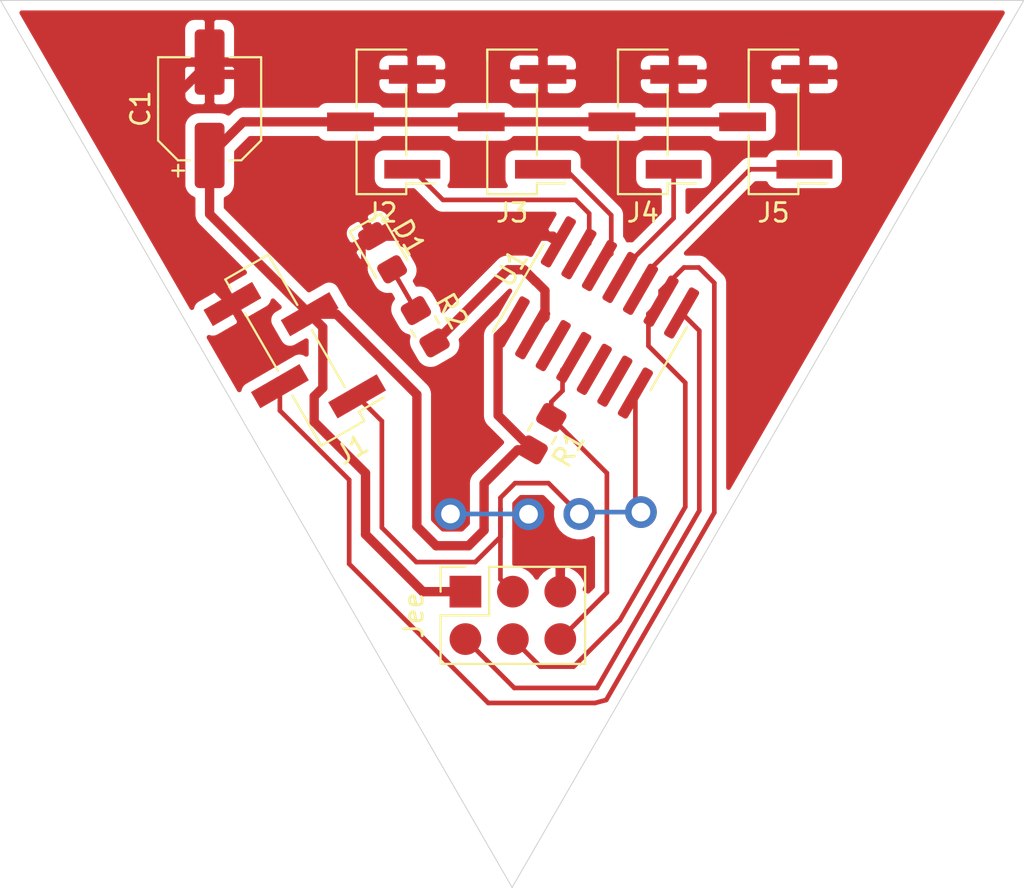
<source format=kicad_pcb>
(kicad_pcb (version 20171130) (host pcbnew 5.1.7-a382d34a8~87~ubuntu18.04.1)

  (general
    (thickness 1.6)
    (drawings 3)
    (tracks 125)
    (zones 0)
    (modules 11)
    (nets 13)
  )

  (page A4)
  (layers
    (0 F.Cu signal)
    (31 B.Cu signal)
    (32 B.Adhes user)
    (33 F.Adhes user)
    (34 B.Paste user)
    (35 F.Paste user)
    (36 B.SilkS user)
    (37 F.SilkS user)
    (38 B.Mask user)
    (39 F.Mask user)
    (40 Dwgs.User user)
    (41 Cmts.User user)
    (42 Eco1.User user)
    (43 Eco2.User user)
    (44 Edge.Cuts user)
    (45 Margin user)
    (46 B.CrtYd user)
    (47 F.CrtYd user)
    (48 B.Fab user)
    (49 F.Fab user)
  )

  (setup
    (last_trace_width 0.25)
    (user_trace_width 0.5)
    (trace_clearance 0.5)
    (zone_clearance 0.508)
    (zone_45_only no)
    (trace_min 0.25)
    (via_size 0.8)
    (via_drill 0.4)
    (via_min_size 0.4)
    (via_min_drill 0.3)
    (uvia_size 0.3)
    (uvia_drill 0.1)
    (uvias_allowed no)
    (uvia_min_size 0.2)
    (uvia_min_drill 0.1)
    (edge_width 0.05)
    (segment_width 0.2)
    (pcb_text_width 0.3)
    (pcb_text_size 1.5 1.5)
    (mod_edge_width 0.12)
    (mod_text_size 1 1)
    (mod_text_width 0.15)
    (pad_size 3 1)
    (pad_drill 0)
    (pad_to_mask_clearance 0)
    (aux_axis_origin 0 0)
    (visible_elements FFFFFF7F)
    (pcbplotparams
      (layerselection 0x01000_7fffffff)
      (usegerberextensions false)
      (usegerberattributes true)
      (usegerberadvancedattributes true)
      (creategerberjobfile true)
      (excludeedgelayer true)
      (linewidth 0.100000)
      (plotframeref false)
      (viasonmask false)
      (mode 1)
      (useauxorigin false)
      (hpglpennumber 1)
      (hpglpenspeed 20)
      (hpglpendiameter 15.000000)
      (psnegative false)
      (psa4output false)
      (plotreference true)
      (plotvalue true)
      (plotinvisibletext false)
      (padsonsilk false)
      (subtractmaskfromsilk false)
      (outputformat 1)
      (mirror false)
      (drillshape 0)
      (scaleselection 1)
      (outputdirectory ""))
  )

  (net 0 "")
  (net 1 +5V)
  (net 2 Earth)
  (net 3 "Net-(D1-Pad2)")
  (net 4 /sda)
  (net 5 /scl)
  (net 6 /servo_a)
  (net 7 /servo_b)
  (net 8 /servo_c)
  (net 9 /servo_d)
  (net 10 /reset)
  (net 11 "Net-(R2-Pad2)")
  (net 12 /miso)

  (net_class Default "This is the default net class."
    (clearance 0.5)
    (trace_width 0.25)
    (via_dia 0.8)
    (via_drill 0.4)
    (uvia_dia 0.3)
    (uvia_drill 0.1)
    (add_net +5V)
    (add_net /miso)
    (add_net /reset)
    (add_net /scl)
    (add_net /sda)
    (add_net /servo_a)
    (add_net /servo_b)
    (add_net /servo_c)
    (add_net /servo_d)
    (add_net Earth)
    (add_net "Net-(D1-Pad2)")
    (add_net "Net-(R2-Pad2)")
  )

  (net_class GND ""
    (clearance 0.5)
    (trace_width 0.5)
    (via_dia 0.8)
    (via_drill 0.4)
    (uvia_dia 0.3)
    (uvia_drill 0.1)
  )

  (module Connector_PinHeader_2.54mm:PinHeader_1x03_P2.54mm_Vertical_SMD_Pin1Left (layer F.Cu) (tedit 5F97FEBF) (tstamp 5F937E32)
    (at 138 156.5 180)
    (descr "surface-mounted straight pin header, 1x03, 2.54mm pitch, single row, style 1 (pin 1 left)")
    (tags "Surface mounted pin header SMD 1x03 2.54mm single row style1 pin1 left")
    (path /5F92E113)
    (attr smd)
    (fp_text reference J2 (at 0 -4.87) (layer F.SilkS)
      (effects (font (size 1 1) (thickness 0.15)))
    )
    (fp_text value Conn_01x03_Male (at 0 4.87) (layer F.Fab)
      (effects (font (size 1 1) (thickness 0.15)))
    )
    (fp_line (start 1.27 3.81) (end -1.27 3.81) (layer F.Fab) (width 0.1))
    (fp_line (start -0.32 -3.81) (end 1.27 -3.81) (layer F.Fab) (width 0.1))
    (fp_line (start -1.27 3.81) (end -1.27 -2.86) (layer F.Fab) (width 0.1))
    (fp_line (start -1.27 -2.86) (end -0.32 -3.81) (layer F.Fab) (width 0.1))
    (fp_line (start 1.27 -3.81) (end 1.27 3.81) (layer F.Fab) (width 0.1))
    (fp_line (start -1.27 -2.86) (end -2.54 -2.86) (layer F.Fab) (width 0.1))
    (fp_line (start -2.54 -2.86) (end -2.54 -2.22) (layer F.Fab) (width 0.1))
    (fp_line (start -2.54 -2.22) (end -1.27 -2.22) (layer F.Fab) (width 0.1))
    (fp_line (start -1.27 2.22) (end -2.54 2.22) (layer F.Fab) (width 0.1))
    (fp_line (start -2.54 2.22) (end -2.54 2.86) (layer F.Fab) (width 0.1))
    (fp_line (start -2.54 2.86) (end -1.27 2.86) (layer F.Fab) (width 0.1))
    (fp_line (start 1.27 -0.32) (end 2.54 -0.32) (layer F.Fab) (width 0.1))
    (fp_line (start 2.54 -0.32) (end 2.54 0.32) (layer F.Fab) (width 0.1))
    (fp_line (start 2.54 0.32) (end 1.27 0.32) (layer F.Fab) (width 0.1))
    (fp_line (start -1.33 -3.87) (end 1.33 -3.87) (layer F.SilkS) (width 0.12))
    (fp_line (start -1.33 3.87) (end 1.33 3.87) (layer F.SilkS) (width 0.12))
    (fp_line (start 1.33 -3.87) (end 1.33 -0.76) (layer F.SilkS) (width 0.12))
    (fp_line (start -1.33 -3.3) (end -2.85 -3.3) (layer F.SilkS) (width 0.12))
    (fp_line (start -1.33 -3.87) (end -1.33 -3.3) (layer F.SilkS) (width 0.12))
    (fp_line (start 1.33 3.3) (end 1.33 3.87) (layer F.SilkS) (width 0.12))
    (fp_line (start 1.33 0.76) (end 1.33 3.87) (layer F.SilkS) (width 0.12))
    (fp_line (start -1.33 -1.78) (end -1.33 1.78) (layer F.SilkS) (width 0.12))
    (fp_line (start -3.45 -4.35) (end -3.45 4.35) (layer F.CrtYd) (width 0.05))
    (fp_line (start -3.45 4.35) (end 3.45 4.35) (layer F.CrtYd) (width 0.05))
    (fp_line (start 3.45 4.35) (end 3.45 -4.35) (layer F.CrtYd) (width 0.05))
    (fp_line (start 3.45 -4.35) (end -3.45 -4.35) (layer F.CrtYd) (width 0.05))
    (fp_text user %R (at 0 0 90) (layer F.Fab)
      (effects (font (size 1 1) (thickness 0.15)))
    )
    (pad 1 smd rect (at -1.655 -2.54 180) (size 3 1) (layers F.Cu F.Paste F.Mask)
      (net 6 /servo_a))
    (pad 3 smd rect (at -1.655 2.54 180) (size 2.51 1) (layers F.Cu F.Paste F.Mask)
      (net 2 Earth))
    (pad 2 smd rect (at 1.655 0 180) (size 2.51 1) (layers F.Cu F.Paste F.Mask)
      (net 1 +5V))
    (model ${KISYS3DMOD}/Connector_PinHeader_2.54mm.3dshapes/PinHeader_1x03_P2.54mm_Vertical_SMD_Pin1Left.wrl
      (at (xyz 0 0 0))
      (scale (xyz 1 1 1))
      (rotate (xyz 0 0 0))
    )
  )

  (module Connector_PinSocket_2.54mm:PinSocket_2x03_P2.54mm_Vertical (layer F.Cu) (tedit 5F9C31ED) (tstamp 5F93497F)
    (at 142.5 181.66 90)
    (descr "Through hole straight socket strip, 2x03, 2.54mm pitch, double cols (from Kicad 4.0.7), script generated")
    (tags "Through hole socket strip THT 2x03 2.54mm double row")
    (path /5F984A3C)
    (attr smd)
    (fp_text reference Jee (at -1.27 -2.77 90) (layer F.SilkS)
      (effects (font (size 1 1) (thickness 0.15)))
    )
    (fp_text value Conn_02x03_Odd_Even (at -1.27 7.85 90) (layer F.Fab)
      (effects (font (size 1 1) (thickness 0.15)))
    )
    (fp_line (start -4.34 6.85) (end -4.34 -1.8) (layer F.CrtYd) (width 0.05))
    (fp_line (start 1.76 6.85) (end -4.34 6.85) (layer F.CrtYd) (width 0.05))
    (fp_line (start 1.76 -1.8) (end 1.76 6.85) (layer F.CrtYd) (width 0.05))
    (fp_line (start -4.34 -1.8) (end 1.76 -1.8) (layer F.CrtYd) (width 0.05))
    (fp_line (start 0 -1.33) (end 1.33 -1.33) (layer F.SilkS) (width 0.12))
    (fp_line (start 1.33 -1.33) (end 1.33 0) (layer F.SilkS) (width 0.12))
    (fp_line (start -1.27 -1.33) (end -1.27 1.27) (layer F.SilkS) (width 0.12))
    (fp_line (start -1.27 1.27) (end 1.33 1.27) (layer F.SilkS) (width 0.12))
    (fp_line (start 1.33 1.27) (end 1.33 6.41) (layer F.SilkS) (width 0.12))
    (fp_line (start -3.87 6.41) (end 1.33 6.41) (layer F.SilkS) (width 0.12))
    (fp_line (start -3.87 -1.33) (end -3.87 6.41) (layer F.SilkS) (width 0.12))
    (fp_line (start -3.87 -1.33) (end -1.27 -1.33) (layer F.SilkS) (width 0.12))
    (fp_line (start -3.81 6.35) (end -3.81 -1.27) (layer F.Fab) (width 0.1))
    (fp_line (start 1.27 6.35) (end -3.81 6.35) (layer F.Fab) (width 0.1))
    (fp_line (start 1.27 -0.27) (end 1.27 6.35) (layer F.Fab) (width 0.1))
    (fp_line (start 0.27 -1.27) (end 1.27 -0.27) (layer F.Fab) (width 0.1))
    (fp_line (start -3.81 -1.27) (end 0.27 -1.27) (layer F.Fab) (width 0.1))
    (fp_text user %R (at -1.27 2.54 270) (layer F.Fab)
      (effects (font (size 1 1) (thickness 0.15)))
    )
    (pad 1 smd rect (at 0 0 90) (size 1.7 1.7) (layers F.Cu F.Paste F.Mask)
      (net 1 +5V))
    (pad 2 smd oval (at -2.54 0 90) (size 1.7 1.7) (layers F.Cu F.Paste F.Mask)
      (net 12 /miso))
    (pad 3 smd oval (at 0 2.54 90) (size 1.7 1.7) (layers F.Cu F.Paste F.Mask)
      (net 4 /sda))
    (pad 4 smd oval (at -2.54 2.54 90) (size 1.7 1.7) (layers F.Cu F.Paste F.Mask)
      (net 5 /scl))
    (pad 5 smd oval (at 0 5.08 90) (size 1.7 1.7) (layers F.Cu F.Paste F.Mask)
      (net 2 Earth))
    (pad 6 smd oval (at -2.54 5.08 90) (size 1.7 1.7) (layers F.Cu F.Paste F.Mask)
      (net 10 /reset))
    (model ${KISYS3DMOD}/Connector_PinSocket_2.54mm.3dshapes/PinSocket_2x03_P2.54mm_Vertical.wrl
      (at (xyz 0 0 0))
      (scale (xyz 1 1 1))
      (rotate (xyz 0 0 0))
    )
  )

  (module Capacitor_SMD:CP_Elec_5x5.8 (layer F.Cu) (tedit 5F97FE52) (tstamp 5F93367A)
    (at 128.8 155.8 90)
    (descr "SMD capacitor, aluminum electrolytic, Panasonic, 5.0x5.8mm")
    (tags "capacitor electrolytic")
    (path /5F945CA6)
    (attr smd)
    (fp_text reference C1 (at 0 -3.7 90) (layer F.SilkS)
      (effects (font (size 1 1) (thickness 0.15)))
    )
    (fp_text value 120uF (at 0 3.7 90) (layer F.Fab)
      (effects (font (size 1 1) (thickness 0.15)))
    )
    (fp_line (start -3.95 1.05) (end -2.9 1.05) (layer F.CrtYd) (width 0.05))
    (fp_line (start -3.95 -1.05) (end -3.95 1.05) (layer F.CrtYd) (width 0.05))
    (fp_line (start -2.9 -1.05) (end -3.95 -1.05) (layer F.CrtYd) (width 0.05))
    (fp_line (start -2.9 1.05) (end -2.9 1.75) (layer F.CrtYd) (width 0.05))
    (fp_line (start -2.9 -1.75) (end -2.9 -1.05) (layer F.CrtYd) (width 0.05))
    (fp_line (start -2.9 -1.75) (end -1.75 -2.9) (layer F.CrtYd) (width 0.05))
    (fp_line (start -2.9 1.75) (end -1.75 2.9) (layer F.CrtYd) (width 0.05))
    (fp_line (start -1.75 -2.9) (end 2.9 -2.9) (layer F.CrtYd) (width 0.05))
    (fp_line (start -1.75 2.9) (end 2.9 2.9) (layer F.CrtYd) (width 0.05))
    (fp_line (start 2.9 1.05) (end 2.9 2.9) (layer F.CrtYd) (width 0.05))
    (fp_line (start 3.95 1.05) (end 2.9 1.05) (layer F.CrtYd) (width 0.05))
    (fp_line (start 3.95 -1.05) (end 3.95 1.05) (layer F.CrtYd) (width 0.05))
    (fp_line (start 2.9 -1.05) (end 3.95 -1.05) (layer F.CrtYd) (width 0.05))
    (fp_line (start 2.9 -2.9) (end 2.9 -1.05) (layer F.CrtYd) (width 0.05))
    (fp_line (start -3.3125 -1.9975) (end -3.3125 -1.3725) (layer F.SilkS) (width 0.12))
    (fp_line (start -3.625 -1.685) (end -3 -1.685) (layer F.SilkS) (width 0.12))
    (fp_line (start -2.76 1.695563) (end -1.695563 2.76) (layer F.SilkS) (width 0.12))
    (fp_line (start -2.76 -1.695563) (end -1.695563 -2.76) (layer F.SilkS) (width 0.12))
    (fp_line (start -2.76 -1.695563) (end -2.76 -1.06) (layer F.SilkS) (width 0.12))
    (fp_line (start -2.76 1.695563) (end -2.76 1.06) (layer F.SilkS) (width 0.12))
    (fp_line (start -1.695563 2.76) (end 2.76 2.76) (layer F.SilkS) (width 0.12))
    (fp_line (start -1.695563 -2.76) (end 2.76 -2.76) (layer F.SilkS) (width 0.12))
    (fp_line (start 2.76 -2.76) (end 2.76 -1.06) (layer F.SilkS) (width 0.12))
    (fp_line (start 2.76 2.76) (end 2.76 1.06) (layer F.SilkS) (width 0.12))
    (fp_line (start -1.783956 -1.45) (end -1.783956 -0.95) (layer F.Fab) (width 0.1))
    (fp_line (start -2.033956 -1.2) (end -1.533956 -1.2) (layer F.Fab) (width 0.1))
    (fp_line (start -2.65 1.65) (end -1.65 2.65) (layer F.Fab) (width 0.1))
    (fp_line (start -2.65 -1.65) (end -1.65 -2.65) (layer F.Fab) (width 0.1))
    (fp_line (start -2.65 -1.65) (end -2.65 1.65) (layer F.Fab) (width 0.1))
    (fp_line (start -1.65 2.65) (end 2.65 2.65) (layer F.Fab) (width 0.1))
    (fp_line (start -1.65 -2.65) (end 2.65 -2.65) (layer F.Fab) (width 0.1))
    (fp_line (start 2.65 -2.65) (end 2.65 2.65) (layer F.Fab) (width 0.1))
    (fp_circle (center 0 0) (end 2.5 0) (layer F.Fab) (width 0.1))
    (fp_text user %R (at 0 0 90) (layer F.Fab)
      (effects (font (size 1 1) (thickness 0.15)))
    )
    (pad 1 smd roundrect (at -2.5 0 90) (size 3.5 1.6) (layers F.Cu F.Paste F.Mask) (roundrect_rratio 0.156)
      (net 1 +5V))
    (pad 2 smd roundrect (at 2.5 0 90) (size 3.5 1.6) (layers F.Cu F.Paste F.Mask) (roundrect_rratio 0.156)
      (net 2 Earth))
    (model ${KISYS3DMOD}/Capacitor_SMD.3dshapes/CP_Elec_5x5.8.wrl
      (at (xyz 0 0 0))
      (scale (xyz 1 1 1))
      (rotate (xyz 0 0 0))
    )
  )

  (module Package_SO:SOIC-14_3.9x8.7mm_P1.27mm (layer F.Cu) (tedit 5F97FD81) (tstamp 5F933538)
    (at 149.54 166.975 60)
    (descr "SOIC, 14 Pin (JEDEC MS-012AB, https://www.analog.com/media/en/package-pcb-resources/package/pkg_pdf/soic_narrow-r/r_14.pdf), generated with kicad-footprint-generator ipc_gullwing_generator.py")
    (tags "SOIC SO")
    (path /5F92D015)
    (attr smd)
    (fp_text reference U1 (at 0 -5.28 60) (layer F.SilkS)
      (effects (font (size 1 1) (thickness 0.15)))
    )
    (fp_text value ATtiny84A-SSU (at 0 5.28 60) (layer F.Fab)
      (effects (font (size 1 1) (thickness 0.15)))
    )
    (fp_line (start 3.7 -4.58) (end -3.7 -4.58) (layer F.CrtYd) (width 0.05))
    (fp_line (start 3.7 4.58) (end 3.7 -4.58) (layer F.CrtYd) (width 0.05))
    (fp_line (start -3.7 4.58) (end 3.7 4.58) (layer F.CrtYd) (width 0.05))
    (fp_line (start -3.7 -4.58) (end -3.7 4.58) (layer F.CrtYd) (width 0.05))
    (fp_line (start -1.95 -3.35) (end -0.975 -4.325) (layer F.Fab) (width 0.1))
    (fp_line (start -1.95 4.325) (end -1.95 -3.35) (layer F.Fab) (width 0.1))
    (fp_line (start 1.95 4.325) (end -1.95 4.325) (layer F.Fab) (width 0.1))
    (fp_line (start 1.95 -4.325) (end 1.95 4.325) (layer F.Fab) (width 0.1))
    (fp_line (start -0.975 -4.325) (end 1.95 -4.325) (layer F.Fab) (width 0.1))
    (fp_line (start 0 -4.435) (end -3.45 -4.435) (layer F.SilkS) (width 0.12))
    (fp_line (start 0 -4.435) (end 1.95 -4.435) (layer F.SilkS) (width 0.12))
    (fp_line (start 0 4.435) (end -1.95 4.435) (layer F.SilkS) (width 0.12))
    (fp_line (start 0 4.435) (end 1.95 4.435) (layer F.SilkS) (width 0.12))
    (fp_text user %R (at 0 0 60) (layer F.Fab)
      (effects (font (size 0.98 0.98) (thickness 0.15)))
    )
    (pad 1 smd roundrect (at -2.475 -3.81 60) (size 2.95 0.6) (layers F.Cu F.Paste F.Mask) (roundrect_rratio 0.25)
      (net 1 +5V))
    (pad 2 smd roundrect (at -2.475 -2.54 60) (size 2.95 0.6) (layers F.Cu F.Paste F.Mask) (roundrect_rratio 0.25)
      (net 11 "Net-(R2-Pad2)"))
    (pad 3 smd roundrect (at -2.475 -1.27 60) (size 2.95 0.6) (layers F.Cu F.Paste F.Mask) (roundrect_rratio 0.25))
    (pad 4 smd roundrect (at -2.475 0 60) (size 2.95 0.6) (layers F.Cu F.Paste F.Mask) (roundrect_rratio 0.25)
      (net 10 /reset))
    (pad 5 smd roundrect (at -2.475 1.27 60) (size 2.95 0.6) (layers F.Cu F.Paste F.Mask) (roundrect_rratio 0.25))
    (pad 6 smd roundrect (at -2.475 2.54 60) (size 2.95 0.6) (layers F.Cu F.Paste F.Mask) (roundrect_rratio 0.25))
    (pad 7 smd roundrect (at -2.475 3.81 60) (size 2.95 0.6) (layers F.Cu F.Paste F.Mask) (roundrect_rratio 0.25)
      (net 4 /sda))
    (pad 8 smd roundrect (at 2.475 3.81 60) (size 2.95 0.6) (layers F.Cu F.Paste F.Mask) (roundrect_rratio 0.25)
      (net 12 /miso))
    (pad 9 smd roundrect (at 2.475 2.54 60) (size 2.95 0.6) (layers F.Cu F.Paste F.Mask) (roundrect_rratio 0.25)
      (net 5 /scl))
    (pad 10 smd roundrect (at 2.475 1.27 60) (size 2.95 0.6) (layers F.Cu F.Paste F.Mask) (roundrect_rratio 0.25)
      (net 9 /servo_d))
    (pad 11 smd roundrect (at 2.475 0 60) (size 2.95 0.6) (layers F.Cu F.Paste F.Mask) (roundrect_rratio 0.25)
      (net 8 /servo_c))
    (pad 12 smd roundrect (at 2.475 -1.27 60) (size 2.95 0.6) (layers F.Cu F.Paste F.Mask) (roundrect_rratio 0.25)
      (net 7 /servo_b))
    (pad 13 smd roundrect (at 2.475 -2.54 60) (size 2.95 0.6) (layers F.Cu F.Paste F.Mask) (roundrect_rratio 0.25)
      (net 6 /servo_a))
    (pad 14 smd roundrect (at 2.475 -3.81 60) (size 2.95 0.6) (layers F.Cu F.Paste F.Mask) (roundrect_rratio 0.25)
      (net 2 Earth))
    (model ${KISYS3DMOD}/Package_SO.3dshapes/SOIC-14_3.9x8.7mm_P1.27mm.wrl
      (at (xyz 0 0 0))
      (scale (xyz 1 1 1))
      (rotate (xyz 0 0 0))
    )
  )

  (module Resistor_SMD:R_0805_2012Metric_Pad1.20x1.40mm_HandSolder (layer F.Cu) (tedit 5F68FEEE) (tstamp 5F9332F8)
    (at 140.348212 167.472619 300)
    (descr "Resistor SMD 0805 (2012 Metric), square (rectangular) end terminal, IPC_7351 nominal with elongated pad for handsoldering. (Body size source: IPC-SM-782 page 72, https://www.pcb-3d.com/wordpress/wp-content/uploads/ipc-sm-782a_amendment_1_and_2.pdf), generated with kicad-footprint-generator")
    (tags "resistor handsolder")
    (path /5F937A55)
    (attr smd)
    (fp_text reference R2 (at 0 -1.65 120) (layer F.SilkS)
      (effects (font (size 1 1) (thickness 0.15)))
    )
    (fp_text value 100 (at 0 1.65 120) (layer F.Fab)
      (effects (font (size 1 1) (thickness 0.15)))
    )
    (fp_line (start 1.85 0.95) (end -1.85 0.95) (layer F.CrtYd) (width 0.05))
    (fp_line (start 1.85 -0.95) (end 1.85 0.95) (layer F.CrtYd) (width 0.05))
    (fp_line (start -1.85 -0.95) (end 1.85 -0.95) (layer F.CrtYd) (width 0.05))
    (fp_line (start -1.85 0.95) (end -1.85 -0.95) (layer F.CrtYd) (width 0.05))
    (fp_line (start -0.227064 0.735) (end 0.227064 0.735) (layer F.SilkS) (width 0.12))
    (fp_line (start -0.227064 -0.735) (end 0.227064 -0.735) (layer F.SilkS) (width 0.12))
    (fp_line (start 1 0.625) (end -1 0.625) (layer F.Fab) (width 0.1))
    (fp_line (start 1 -0.625) (end 1 0.625) (layer F.Fab) (width 0.1))
    (fp_line (start -1 -0.625) (end 1 -0.625) (layer F.Fab) (width 0.1))
    (fp_line (start -1 0.625) (end -1 -0.625) (layer F.Fab) (width 0.1))
    (fp_text user %R (at 0 0 120) (layer F.Fab)
      (effects (font (size 0.5 0.5) (thickness 0.08)))
    )
    (pad 1 smd roundrect (at -1 0 300) (size 1.2 1.4) (layers F.Cu F.Paste F.Mask) (roundrect_rratio 0.2083325)
      (net 3 "Net-(D1-Pad2)"))
    (pad 2 smd roundrect (at 1 0 300) (size 1.2 1.4) (layers F.Cu F.Paste F.Mask) (roundrect_rratio 0.2083325)
      (net 11 "Net-(R2-Pad2)"))
    (model ${KISYS3DMOD}/Resistor_SMD.3dshapes/R_0805_2012Metric.wrl
      (at (xyz 0 0 0))
      (scale (xyz 1 1 1))
      (rotate (xyz 0 0 0))
    )
  )

  (module LED_SMD:LED_0805_2012Metric_Pad1.15x1.40mm_HandSolder (layer F.Cu) (tedit 5F68FEF1) (tstamp 5F9337A9)
    (at 138.060712 163.510553 300)
    (descr "LED SMD 0805 (2012 Metric), square (rectangular) end terminal, IPC_7351 nominal, (Body size source: https://docs.google.com/spreadsheets/d/1BsfQQcO9C6DZCsRaXUlFlo91Tg2WpOkGARC1WS5S8t0/edit?usp=sharing), generated with kicad-footprint-generator")
    (tags "LED handsolder")
    (path /5F9381A7)
    (attr smd)
    (fp_text reference D1 (at 0 -1.65 120) (layer F.SilkS)
      (effects (font (size 1 1) (thickness 0.15)))
    )
    (fp_text value LED (at 0 1.65 120) (layer F.Fab)
      (effects (font (size 1 1) (thickness 0.15)))
    )
    (fp_line (start 1.85 0.95) (end -1.85 0.95) (layer F.CrtYd) (width 0.05))
    (fp_line (start 1.85 -0.95) (end 1.85 0.95) (layer F.CrtYd) (width 0.05))
    (fp_line (start -1.85 -0.95) (end 1.85 -0.95) (layer F.CrtYd) (width 0.05))
    (fp_line (start -1.85 0.95) (end -1.85 -0.95) (layer F.CrtYd) (width 0.05))
    (fp_line (start -1.86 0.96) (end 1 0.96) (layer F.SilkS) (width 0.12))
    (fp_line (start -1.86 -0.96) (end -1.86 0.96) (layer F.SilkS) (width 0.12))
    (fp_line (start 1 -0.96) (end -1.86 -0.96) (layer F.SilkS) (width 0.12))
    (fp_line (start 1 0.6) (end 1 -0.6) (layer F.Fab) (width 0.1))
    (fp_line (start -1 0.6) (end 1 0.6) (layer F.Fab) (width 0.1))
    (fp_line (start -1 -0.3) (end -1 0.6) (layer F.Fab) (width 0.1))
    (fp_line (start -0.7 -0.6) (end -1 -0.3) (layer F.Fab) (width 0.1))
    (fp_line (start 1 -0.6) (end -0.7 -0.6) (layer F.Fab) (width 0.1))
    (fp_text user %R (at 0 0 120) (layer F.Fab)
      (effects (font (size 0.5 0.5) (thickness 0.08)))
    )
    (pad 1 smd roundrect (at -1.025 0 300) (size 1.15 1.4) (layers F.Cu F.Paste F.Mask) (roundrect_rratio 0.2173904347826087)
      (net 2 Earth))
    (pad 2 smd roundrect (at 1.025 0 300) (size 1.15 1.4) (layers F.Cu F.Paste F.Mask) (roundrect_rratio 0.2173904347826087)
      (net 3 "Net-(D1-Pad2)"))
    (model ${KISYS3DMOD}/LED_SMD.3dshapes/LED_0805_2012Metric.wrl
      (at (xyz 0 0 0))
      (scale (xyz 1 1 1))
      (rotate (xyz 0 0 0))
    )
  )

  (module Resistor_SMD:R_0805_2012Metric_Pad1.20x1.40mm_HandSolder (layer F.Cu) (tedit 5F68FEEE) (tstamp 5F9329F4)
    (at 146.6 173.2 240)
    (descr "Resistor SMD 0805 (2012 Metric), square (rectangular) end terminal, IPC_7351 nominal with elongated pad for handsoldering. (Body size source: IPC-SM-782 page 72, https://www.pcb-3d.com/wordpress/wp-content/uploads/ipc-sm-782a_amendment_1_and_2.pdf), generated with kicad-footprint-generator")
    (tags "resistor handsolder")
    (path /5F95B4C3)
    (attr smd)
    (fp_text reference R1 (at 0 -1.65 60) (layer F.SilkS)
      (effects (font (size 1 1) (thickness 0.15)))
    )
    (fp_text value 10K (at 0 1.65 60) (layer F.Fab)
      (effects (font (size 1 1) (thickness 0.15)))
    )
    (fp_line (start -1 0.625) (end -1 -0.625) (layer F.Fab) (width 0.1))
    (fp_line (start -1 -0.625) (end 1 -0.625) (layer F.Fab) (width 0.1))
    (fp_line (start 1 -0.625) (end 1 0.625) (layer F.Fab) (width 0.1))
    (fp_line (start 1 0.625) (end -1 0.625) (layer F.Fab) (width 0.1))
    (fp_line (start -0.227064 -0.735) (end 0.227064 -0.735) (layer F.SilkS) (width 0.12))
    (fp_line (start -0.227064 0.735) (end 0.227064 0.735) (layer F.SilkS) (width 0.12))
    (fp_line (start -1.85 0.95) (end -1.85 -0.95) (layer F.CrtYd) (width 0.05))
    (fp_line (start -1.85 -0.95) (end 1.85 -0.95) (layer F.CrtYd) (width 0.05))
    (fp_line (start 1.85 -0.95) (end 1.85 0.95) (layer F.CrtYd) (width 0.05))
    (fp_line (start 1.85 0.95) (end -1.85 0.95) (layer F.CrtYd) (width 0.05))
    (fp_text user %R (at 0 0 60) (layer F.Fab)
      (effects (font (size 0.5 0.5) (thickness 0.08)))
    )
    (pad 2 smd roundrect (at 1 0 240) (size 1.2 1.4) (layers F.Cu F.Paste F.Mask) (roundrect_rratio 0.2083325)
      (net 1 +5V))
    (pad 1 smd roundrect (at -1 0 240) (size 1.2 1.4) (layers F.Cu F.Paste F.Mask) (roundrect_rratio 0.2083325)
      (net 10 /reset))
    (model ${KISYS3DMOD}/Resistor_SMD.3dshapes/R_0805_2012Metric.wrl
      (at (xyz 0 0 0))
      (scale (xyz 1 1 1))
      (rotate (xyz 0 0 0))
    )
  )

  (module Connector_PinHeader_2.54mm:PinHeader_1x04_P2.54mm_Vertical_SMD_Pin1Left (layer F.Cu) (tedit 5F97FEFB) (tstamp 5F980B58)
    (at 133.361728 168.727943 210)
    (descr "surface-mounted straight pin header, 1x04, 2.54mm pitch, single row, style 1 (pin 1 left)")
    (tags "Surface mounted pin header SMD 1x04 2.54mm single row style1 pin1 left")
    (path /5F953CA6)
    (attr smd)
    (fp_text reference J1 (at 0 -6.14 30) (layer F.SilkS)
      (effects (font (size 1 1) (thickness 0.15)))
    )
    (fp_text value Conn_01x04_Male (at 0 6.14 30) (layer F.Fab)
      (effects (font (size 1 1) (thickness 0.15)))
    )
    (fp_line (start 1.27 5.08) (end -1.27 5.08) (layer F.Fab) (width 0.1))
    (fp_line (start -0.32 -5.08) (end 1.27 -5.08) (layer F.Fab) (width 0.1))
    (fp_line (start -1.27 5.08) (end -1.27 -4.13) (layer F.Fab) (width 0.1))
    (fp_line (start -1.27 -4.13) (end -0.32 -5.08) (layer F.Fab) (width 0.1))
    (fp_line (start 1.27 -5.08) (end 1.27 5.08) (layer F.Fab) (width 0.1))
    (fp_line (start -1.27 -4.13) (end -2.54 -4.13) (layer F.Fab) (width 0.1))
    (fp_line (start -2.54 -4.13) (end -2.54 -3.49) (layer F.Fab) (width 0.1))
    (fp_line (start -2.54 -3.49) (end -1.27 -3.49) (layer F.Fab) (width 0.1))
    (fp_line (start -1.27 0.95) (end -2.54 0.95) (layer F.Fab) (width 0.1))
    (fp_line (start -2.54 0.95) (end -2.54 1.59) (layer F.Fab) (width 0.1))
    (fp_line (start -2.54 1.59) (end -1.27 1.59) (layer F.Fab) (width 0.1))
    (fp_line (start 1.27 -1.59) (end 2.54 -1.59) (layer F.Fab) (width 0.1))
    (fp_line (start 2.54 -1.59) (end 2.54 -0.95) (layer F.Fab) (width 0.1))
    (fp_line (start 2.54 -0.95) (end 1.27 -0.95) (layer F.Fab) (width 0.1))
    (fp_line (start 1.27 3.49) (end 2.54 3.49) (layer F.Fab) (width 0.1))
    (fp_line (start 2.54 3.49) (end 2.54 4.13) (layer F.Fab) (width 0.1))
    (fp_line (start 2.54 4.13) (end 1.27 4.13) (layer F.Fab) (width 0.1))
    (fp_line (start -1.33 -5.14) (end 1.33 -5.14) (layer F.SilkS) (width 0.12))
    (fp_line (start -1.33 5.14) (end 1.33 5.14) (layer F.SilkS) (width 0.12))
    (fp_line (start 1.33 -5.14) (end 1.33 -2.03) (layer F.SilkS) (width 0.12))
    (fp_line (start -1.33 -4.57) (end -2.85 -4.57) (layer F.SilkS) (width 0.12))
    (fp_line (start -1.33 -5.14) (end -1.33 -4.57) (layer F.SilkS) (width 0.12))
    (fp_line (start 1.33 4.57) (end 1.33 5.14) (layer F.SilkS) (width 0.12))
    (fp_line (start 1.33 -0.51) (end 1.33 3.05) (layer F.SilkS) (width 0.12))
    (fp_line (start -1.33 -3.05) (end -1.33 0.51) (layer F.SilkS) (width 0.12))
    (fp_line (start -1.33 2.03) (end -1.33 5.14) (layer F.SilkS) (width 0.12))
    (fp_line (start -3.45 -5.6) (end -3.45 5.6) (layer F.CrtYd) (width 0.05))
    (fp_line (start -3.45 5.6) (end 3.45 5.6) (layer F.CrtYd) (width 0.05))
    (fp_line (start 3.45 5.6) (end 3.45 -5.6) (layer F.CrtYd) (width 0.05))
    (fp_line (start 3.45 -5.6) (end -3.45 -5.6) (layer F.CrtYd) (width 0.05))
    (fp_text user %R (at 0 0 120) (layer F.Fab)
      (effects (font (size 1 1) (thickness 0.15)))
    )
    (pad 1 smd rect (at -1.655 -3.81 210) (size 3 1) (layers F.Cu F.Paste F.Mask)
      (net 4 /sda))
    (pad 3 smd rect (at -1.655 1.27 210) (size 3 1) (layers F.Cu F.Paste F.Mask)
      (net 1 +5V))
    (pad 2 smd rect (at 1.655 -1.27 210) (size 3 1) (layers F.Cu F.Paste F.Mask)
      (net 5 /scl))
    (pad 4 smd rect (at 1.655 3.81 210) (size 3 1) (layers F.Cu F.Paste F.Mask)
      (net 2 Earth))
    (model ${KISYS3DMOD}/Connector_PinHeader_2.54mm.3dshapes/PinHeader_1x04_P2.54mm_Vertical_SMD_Pin1Left.wrl
      (at (xyz 0 0 0))
      (scale (xyz 1 1 1))
      (rotate (xyz 0 0 0))
    )
  )

  (module Connector_PinHeader_2.54mm:PinHeader_1x03_P2.54mm_Vertical_SMD_Pin1Left (layer F.Cu) (tedit 5F97FEC5) (tstamp 5F937E53)
    (at 145 156.5 180)
    (descr "surface-mounted straight pin header, 1x03, 2.54mm pitch, single row, style 1 (pin 1 left)")
    (tags "Surface mounted pin header SMD 1x03 2.54mm single row style1 pin1 left")
    (path /5F93EF16)
    (attr smd)
    (fp_text reference J3 (at 0 -4.87) (layer F.SilkS)
      (effects (font (size 1 1) (thickness 0.15)))
    )
    (fp_text value Conn_01x03_Male (at 0 4.87) (layer F.Fab)
      (effects (font (size 1 1) (thickness 0.15)))
    )
    (fp_line (start 3.45 -4.35) (end -3.45 -4.35) (layer F.CrtYd) (width 0.05))
    (fp_line (start 3.45 4.35) (end 3.45 -4.35) (layer F.CrtYd) (width 0.05))
    (fp_line (start -3.45 4.35) (end 3.45 4.35) (layer F.CrtYd) (width 0.05))
    (fp_line (start -3.45 -4.35) (end -3.45 4.35) (layer F.CrtYd) (width 0.05))
    (fp_line (start -1.33 -1.78) (end -1.33 1.78) (layer F.SilkS) (width 0.12))
    (fp_line (start 1.33 0.76) (end 1.33 3.87) (layer F.SilkS) (width 0.12))
    (fp_line (start 1.33 3.3) (end 1.33 3.87) (layer F.SilkS) (width 0.12))
    (fp_line (start -1.33 -3.87) (end -1.33 -3.3) (layer F.SilkS) (width 0.12))
    (fp_line (start -1.33 -3.3) (end -2.85 -3.3) (layer F.SilkS) (width 0.12))
    (fp_line (start 1.33 -3.87) (end 1.33 -0.76) (layer F.SilkS) (width 0.12))
    (fp_line (start -1.33 3.87) (end 1.33 3.87) (layer F.SilkS) (width 0.12))
    (fp_line (start -1.33 -3.87) (end 1.33 -3.87) (layer F.SilkS) (width 0.12))
    (fp_line (start 2.54 0.32) (end 1.27 0.32) (layer F.Fab) (width 0.1))
    (fp_line (start 2.54 -0.32) (end 2.54 0.32) (layer F.Fab) (width 0.1))
    (fp_line (start 1.27 -0.32) (end 2.54 -0.32) (layer F.Fab) (width 0.1))
    (fp_line (start -2.54 2.86) (end -1.27 2.86) (layer F.Fab) (width 0.1))
    (fp_line (start -2.54 2.22) (end -2.54 2.86) (layer F.Fab) (width 0.1))
    (fp_line (start -1.27 2.22) (end -2.54 2.22) (layer F.Fab) (width 0.1))
    (fp_line (start -2.54 -2.22) (end -1.27 -2.22) (layer F.Fab) (width 0.1))
    (fp_line (start -2.54 -2.86) (end -2.54 -2.22) (layer F.Fab) (width 0.1))
    (fp_line (start -1.27 -2.86) (end -2.54 -2.86) (layer F.Fab) (width 0.1))
    (fp_line (start 1.27 -3.81) (end 1.27 3.81) (layer F.Fab) (width 0.1))
    (fp_line (start -1.27 -2.86) (end -0.32 -3.81) (layer F.Fab) (width 0.1))
    (fp_line (start -1.27 3.81) (end -1.27 -2.86) (layer F.Fab) (width 0.1))
    (fp_line (start -0.32 -3.81) (end 1.27 -3.81) (layer F.Fab) (width 0.1))
    (fp_line (start 1.27 3.81) (end -1.27 3.81) (layer F.Fab) (width 0.1))
    (fp_text user %R (at 0 0 90) (layer F.Fab)
      (effects (font (size 1 1) (thickness 0.15)))
    )
    (pad 2 smd rect (at 1.655 0 180) (size 2.51 1) (layers F.Cu F.Paste F.Mask)
      (net 1 +5V))
    (pad 3 smd rect (at -1.655 2.54 180) (size 2.51 1) (layers F.Cu F.Paste F.Mask)
      (net 2 Earth))
    (pad 1 smd rect (at -1.655 -2.54 180) (size 3 1) (layers F.Cu F.Paste F.Mask)
      (net 7 /servo_b))
    (model ${KISYS3DMOD}/Connector_PinHeader_2.54mm.3dshapes/PinHeader_1x03_P2.54mm_Vertical_SMD_Pin1Left.wrl
      (at (xyz 0 0 0))
      (scale (xyz 1 1 1))
      (rotate (xyz 0 0 0))
    )
  )

  (module Connector_PinHeader_2.54mm:PinHeader_1x03_P2.54mm_Vertical_SMD_Pin1Left (layer F.Cu) (tedit 5F97FECB) (tstamp 5F937E74)
    (at 152 156.5 180)
    (descr "surface-mounted straight pin header, 1x03, 2.54mm pitch, single row, style 1 (pin 1 left)")
    (tags "Surface mounted pin header SMD 1x03 2.54mm single row style1 pin1 left")
    (path /5F93FC40)
    (attr smd)
    (fp_text reference J4 (at 0 -4.87) (layer F.SilkS)
      (effects (font (size 1 1) (thickness 0.15)))
    )
    (fp_text value Conn_01x03_Male (at 0 4.87) (layer F.Fab)
      (effects (font (size 1 1) (thickness 0.15)))
    )
    (fp_line (start 1.27 3.81) (end -1.27 3.81) (layer F.Fab) (width 0.1))
    (fp_line (start -0.32 -3.81) (end 1.27 -3.81) (layer F.Fab) (width 0.1))
    (fp_line (start -1.27 3.81) (end -1.27 -2.86) (layer F.Fab) (width 0.1))
    (fp_line (start -1.27 -2.86) (end -0.32 -3.81) (layer F.Fab) (width 0.1))
    (fp_line (start 1.27 -3.81) (end 1.27 3.81) (layer F.Fab) (width 0.1))
    (fp_line (start -1.27 -2.86) (end -2.54 -2.86) (layer F.Fab) (width 0.1))
    (fp_line (start -2.54 -2.86) (end -2.54 -2.22) (layer F.Fab) (width 0.1))
    (fp_line (start -2.54 -2.22) (end -1.27 -2.22) (layer F.Fab) (width 0.1))
    (fp_line (start -1.27 2.22) (end -2.54 2.22) (layer F.Fab) (width 0.1))
    (fp_line (start -2.54 2.22) (end -2.54 2.86) (layer F.Fab) (width 0.1))
    (fp_line (start -2.54 2.86) (end -1.27 2.86) (layer F.Fab) (width 0.1))
    (fp_line (start 1.27 -0.32) (end 2.54 -0.32) (layer F.Fab) (width 0.1))
    (fp_line (start 2.54 -0.32) (end 2.54 0.32) (layer F.Fab) (width 0.1))
    (fp_line (start 2.54 0.32) (end 1.27 0.32) (layer F.Fab) (width 0.1))
    (fp_line (start -1.33 -3.87) (end 1.33 -3.87) (layer F.SilkS) (width 0.12))
    (fp_line (start -1.33 3.87) (end 1.33 3.87) (layer F.SilkS) (width 0.12))
    (fp_line (start 1.33 -3.87) (end 1.33 -0.76) (layer F.SilkS) (width 0.12))
    (fp_line (start -1.33 -3.3) (end -2.85 -3.3) (layer F.SilkS) (width 0.12))
    (fp_line (start -1.33 -3.87) (end -1.33 -3.3) (layer F.SilkS) (width 0.12))
    (fp_line (start 1.33 3.3) (end 1.33 3.87) (layer F.SilkS) (width 0.12))
    (fp_line (start 1.33 0.76) (end 1.33 3.87) (layer F.SilkS) (width 0.12))
    (fp_line (start -1.33 -1.78) (end -1.33 1.78) (layer F.SilkS) (width 0.12))
    (fp_line (start -3.45 -4.35) (end -3.45 4.35) (layer F.CrtYd) (width 0.05))
    (fp_line (start -3.45 4.35) (end 3.45 4.35) (layer F.CrtYd) (width 0.05))
    (fp_line (start 3.45 4.35) (end 3.45 -4.35) (layer F.CrtYd) (width 0.05))
    (fp_line (start 3.45 -4.35) (end -3.45 -4.35) (layer F.CrtYd) (width 0.05))
    (fp_text user %R (at 0 0 90) (layer F.Fab)
      (effects (font (size 1 1) (thickness 0.15)))
    )
    (pad 1 smd rect (at -1.655 -2.54 180) (size 3 1) (layers F.Cu F.Paste F.Mask)
      (net 8 /servo_c))
    (pad 3 smd rect (at -1.655 2.54 180) (size 2.51 1) (layers F.Cu F.Paste F.Mask)
      (net 2 Earth))
    (pad 2 smd rect (at 1.655 0 180) (size 2.51 1) (layers F.Cu F.Paste F.Mask)
      (net 1 +5V))
    (model ${KISYS3DMOD}/Connector_PinHeader_2.54mm.3dshapes/PinHeader_1x03_P2.54mm_Vertical_SMD_Pin1Left.wrl
      (at (xyz 0 0 0))
      (scale (xyz 1 1 1))
      (rotate (xyz 0 0 0))
    )
  )

  (module Connector_PinHeader_2.54mm:PinHeader_1x03_P2.54mm_Vertical_SMD_Pin1Left (layer F.Cu) (tedit 5F97FED4) (tstamp 5F937E95)
    (at 159 156.5 180)
    (descr "surface-mounted straight pin header, 1x03, 2.54mm pitch, single row, style 1 (pin 1 left)")
    (tags "Surface mounted pin header SMD 1x03 2.54mm single row style1 pin1 left")
    (path /5F940443)
    (attr smd)
    (fp_text reference J5 (at 0 -4.87) (layer F.SilkS)
      (effects (font (size 1 1) (thickness 0.15)))
    )
    (fp_text value Conn_01x03_Male (at 0 4.87) (layer F.Fab)
      (effects (font (size 1 1) (thickness 0.15)))
    )
    (fp_line (start 3.45 -4.35) (end -3.45 -4.35) (layer F.CrtYd) (width 0.05))
    (fp_line (start 3.45 4.35) (end 3.45 -4.35) (layer F.CrtYd) (width 0.05))
    (fp_line (start -3.45 4.35) (end 3.45 4.35) (layer F.CrtYd) (width 0.05))
    (fp_line (start -3.45 -4.35) (end -3.45 4.35) (layer F.CrtYd) (width 0.05))
    (fp_line (start -1.33 -1.78) (end -1.33 1.78) (layer F.SilkS) (width 0.12))
    (fp_line (start 1.33 0.76) (end 1.33 3.87) (layer F.SilkS) (width 0.12))
    (fp_line (start 1.33 3.3) (end 1.33 3.87) (layer F.SilkS) (width 0.12))
    (fp_line (start -1.33 -3.87) (end -1.33 -3.3) (layer F.SilkS) (width 0.12))
    (fp_line (start -1.33 -3.3) (end -2.85 -3.3) (layer F.SilkS) (width 0.12))
    (fp_line (start 1.33 -3.87) (end 1.33 -0.76) (layer F.SilkS) (width 0.12))
    (fp_line (start -1.33 3.87) (end 1.33 3.87) (layer F.SilkS) (width 0.12))
    (fp_line (start -1.33 -3.87) (end 1.33 -3.87) (layer F.SilkS) (width 0.12))
    (fp_line (start 2.54 0.32) (end 1.27 0.32) (layer F.Fab) (width 0.1))
    (fp_line (start 2.54 -0.32) (end 2.54 0.32) (layer F.Fab) (width 0.1))
    (fp_line (start 1.27 -0.32) (end 2.54 -0.32) (layer F.Fab) (width 0.1))
    (fp_line (start -2.54 2.86) (end -1.27 2.86) (layer F.Fab) (width 0.1))
    (fp_line (start -2.54 2.22) (end -2.54 2.86) (layer F.Fab) (width 0.1))
    (fp_line (start -1.27 2.22) (end -2.54 2.22) (layer F.Fab) (width 0.1))
    (fp_line (start -2.54 -2.22) (end -1.27 -2.22) (layer F.Fab) (width 0.1))
    (fp_line (start -2.54 -2.86) (end -2.54 -2.22) (layer F.Fab) (width 0.1))
    (fp_line (start -1.27 -2.86) (end -2.54 -2.86) (layer F.Fab) (width 0.1))
    (fp_line (start 1.27 -3.81) (end 1.27 3.81) (layer F.Fab) (width 0.1))
    (fp_line (start -1.27 -2.86) (end -0.32 -3.81) (layer F.Fab) (width 0.1))
    (fp_line (start -1.27 3.81) (end -1.27 -2.86) (layer F.Fab) (width 0.1))
    (fp_line (start -0.32 -3.81) (end 1.27 -3.81) (layer F.Fab) (width 0.1))
    (fp_line (start 1.27 3.81) (end -1.27 3.81) (layer F.Fab) (width 0.1))
    (fp_text user %R (at 0 0 90) (layer F.Fab)
      (effects (font (size 1 1) (thickness 0.15)))
    )
    (pad 2 smd rect (at 1.655 0 180) (size 2.51 1) (layers F.Cu F.Paste F.Mask)
      (net 1 +5V))
    (pad 3 smd rect (at -1.655 2.54 180) (size 2.51 1) (layers F.Cu F.Paste F.Mask)
      (net 2 Earth))
    (pad 1 smd rect (at -1.655 -2.54 180) (size 3 1) (layers F.Cu F.Paste F.Mask)
      (net 9 /servo_d))
    (model ${KISYS3DMOD}/Connector_PinHeader_2.54mm.3dshapes/PinHeader_1x03_P2.54mm_Vertical_SMD_Pin1Left.wrl
      (at (xyz 0 0 0))
      (scale (xyz 1 1 1))
      (rotate (xyz 0 0 0))
    )
  )

  (gr_line (start 145 197.5) (end 117.6 150) (layer Edge.Cuts) (width 0.05) (tstamp 5F935B3F))
  (gr_line (start 172.4 150) (end 145 197.5) (layer Edge.Cuts) (width 0.05) (tstamp 5F935B3E))
  (gr_line (start 117.6 150) (end 172.4 150) (layer Edge.Cuts) (width 0.05))

  (segment (start 136.35 156.5) (end 143.35 156.5) (width 0.5) (layer F.Cu) (net 1) (status 30))
  (segment (start 143.35 156.5) (end 150.35 156.5) (width 0.5) (layer F.Cu) (net 1) (status 30))
  (segment (start 150.35 156.5) (end 157.35 156.5) (width 0.5) (layer F.Cu) (net 1) (status 30))
  (segment (start 130.6 156.5) (end 128.8 158.3) (width 0.5) (layer F.Cu) (net 1))
  (segment (start 136.345 156.5) (end 130.6 156.5) (width 0.5) (layer F.Cu) (net 1))
  (segment (start 128.8 161.440591) (end 134.16 166.800591) (width 0.5) (layer F.Cu) (net 1))
  (segment (start 128.8 158.3) (end 128.8 161.440591) (width 0.5) (layer F.Cu) (net 1))
  (segment (start 142.668002 179.200002) (end 143.500002 178.368002) (width 0.5) (layer F.Cu) (net 1))
  (segment (start 139.899998 178.168002) (end 140.931998 179.200002) (width 0.5) (layer F.Cu) (net 1))
  (segment (start 139.899998 171.107271) (end 139.899998 178.168002) (width 0.5) (layer F.Cu) (net 1))
  (segment (start 134.16 166.800591) (end 135.593318 166.800591) (width 0.5) (layer F.Cu) (net 1))
  (segment (start 140.931998 179.200002) (end 142.668002 179.200002) (width 0.5) (layer F.Cu) (net 1))
  (segment (start 143.500002 175.864054) (end 145.298031 174.066025) (width 0.5) (layer F.Cu) (net 1))
  (segment (start 145.298031 174.066025) (end 146.1 174.066025) (width 0.5) (layer F.Cu) (net 1))
  (segment (start 135.593318 166.800591) (end 139.899998 171.107271) (width 0.5) (layer F.Cu) (net 1))
  (segment (start 143.500002 178.368002) (end 143.500002 175.864054) (width 0.5) (layer F.Cu) (net 1))
  (segment (start 134.16 166.800591) (end 134.862504 167.503095) (width 0.5) (layer F.Cu) (net 1))
  (segment (start 140.217092 181.66) (end 142.5 181.66) (width 0.5) (layer F.Cu) (net 1))
  (segment (start 134.862504 167.503095) (end 134.862504 170.744769) (width 0.5) (layer F.Cu) (net 1))
  (segment (start 134.400952 171.206321) (end 134.400952 172.5635) (width 0.5) (layer F.Cu) (net 1))
  (segment (start 134.400952 172.5635) (end 137.149978 175.312526) (width 0.5) (layer F.Cu) (net 1))
  (segment (start 137.149978 178.592886) (end 140.217092 181.66) (width 0.5) (layer F.Cu) (net 1))
  (segment (start 134.862504 170.744769) (end 134.400952 171.206321) (width 0.5) (layer F.Cu) (net 1))
  (segment (start 137.149978 175.312526) (end 137.149978 178.592886) (width 0.5) (layer F.Cu) (net 1))
  (segment (start 144.25 167.966356) (end 145.002943 167.213413) (width 0.5) (layer F.Cu) (net 1))
  (segment (start 146.1 174.066025) (end 144.25 172.216025) (width 0.5) (layer F.Cu) (net 1))
  (segment (start 144.25 172.216025) (end 144.25 167.966356) (width 0.5) (layer F.Cu) (net 1))
  (segment (start 160.65 153.96) (end 153.65 153.96) (width 0.5) (layer F.Cu) (net 2) (status 30))
  (segment (start 153.65 153.96) (end 146.65 153.96) (width 0.5) (layer F.Cu) (net 2) (status 30))
  (segment (start 146.65 153.96) (end 139.65 153.96) (width 0.5) (layer F.Cu) (net 2) (status 30))
  (segment (start 143.122877 162.622877) (end 147.174233 162.622877) (width 0.5) (layer F.Cu) (net 2))
  (segment (start 147.174233 162.622877) (end 147.477943 162.926587) (width 0.5) (layer F.Cu) (net 2) (status 20))
  (segment (start 137.548212 162.622877) (end 143.122877 162.622877) (width 0.5) (layer F.Cu) (net 2) (status 10))
  (segment (start 127.24999 163.48242) (end 130.023456 166.255886) (width 0.5) (layer F.Cu) (net 2))
  (segment (start 127.24999 154.85001) (end 127.24999 163.48242) (width 0.5) (layer F.Cu) (net 2))
  (segment (start 128.8 153.3) (end 127.24999 154.85001) (width 0.5) (layer F.Cu) (net 2))
  (segment (start 141.7 171.597919) (end 141.7 177.500002) (width 0.25) (layer F.Cu) (net 2))
  (segment (start 137.548212 162.622877) (end 137.035777 163.135312) (width 0.25) (layer F.Cu) (net 2))
  (via (at 141.7 177.500002) (size 1.7) (drill 1) (layers F.Cu B.Cu) (net 2))
  (segment (start 137.035777 166.933696) (end 141.7 171.597919) (width 0.25) (layer F.Cu) (net 2))
  (segment (start 137.035777 163.135312) (end 137.035777 166.933696) (width 0.25) (layer F.Cu) (net 2))
  (segment (start 147.58 181.66) (end 147.58 179.212889) (width 0.5) (layer F.Cu) (net 2))
  (segment (start 147.58 179.212889) (end 145.880149 177.513038) (width 0.5) (layer F.Cu) (net 2))
  (via (at 145.880149 177.513038) (size 1.7) (drill 1) (layers F.Cu B.Cu) (net 2))
  (segment (start 141.7 177.500002) (end 145.867113 177.500002) (width 0.25) (layer B.Cu) (net 2))
  (segment (start 145.867113 177.500002) (end 145.880149 177.513038) (width 0.25) (layer B.Cu) (net 2))
  (segment (start 129.46 153.96) (end 128.8 153.3) (width 0.5) (layer F.Cu) (net 2))
  (segment (start 139.655 153.96) (end 129.46 153.96) (width 0.5) (layer F.Cu) (net 2))
  (segment (start 138.573212 164.398229) (end 139.848212 166.606594) (width 0.25) (layer F.Cu) (net 3) (status 30))
  (segment (start 151.602057 171.023413) (end 151.602057 177.102057) (width 0.25) (layer F.Cu) (net 4) (status 10))
  (via (at 151.9 177.4) (size 1.7) (drill 1) (layers F.Cu B.Cu) (net 4))
  (segment (start 151.602057 177.102057) (end 151.9 177.4) (width 0.25) (layer F.Cu) (net 4))
  (segment (start 145.04 181.66) (end 144.375013 180.995013) (width 0.25) (layer F.Cu) (net 4))
  (segment (start 138.024988 178.230444) (end 139.869556 180.075012) (width 0.25) (layer F.Cu) (net 4))
  (segment (start 143.030444 180.075012) (end 144.375013 178.730443) (width 0.25) (layer F.Cu) (net 4))
  (segment (start 144.375013 180.995013) (end 144.375013 177.230443) (width 0.25) (layer F.Cu) (net 4))
  (segment (start 138.024988 172.524988) (end 138.024988 178.230444) (width 0.25) (layer F.Cu) (net 4))
  (segment (start 144.375013 178.730443) (end 144.375013 177.230443) (width 0.25) (layer F.Cu) (net 4))
  (segment (start 139.869556 180.075012) (end 143.030444 180.075012) (width 0.25) (layer F.Cu) (net 4))
  (segment (start 136.7 171.2) (end 138.024988 172.524988) (width 0.25) (layer F.Cu) (net 4))
  (segment (start 146.949995 175.850001) (end 148.6 177.500006) (width 0.25) (layer F.Cu) (net 4))
  (segment (start 145.155455 175.850001) (end 146.949995 175.850001) (width 0.25) (layer F.Cu) (net 4))
  (segment (start 144.375013 177.230443) (end 144.375013 176.630443) (width 0.25) (layer F.Cu) (net 4))
  (segment (start 144.375013 176.630443) (end 145.155455 175.850001) (width 0.25) (layer F.Cu) (net 4))
  (segment (start 148.700006 177.4) (end 148.6 177.500006) (width 0.25) (layer B.Cu) (net 4))
  (via (at 148.6 177.500006) (size 1.7) (drill 1) (layers F.Cu B.Cu) (net 4))
  (segment (start 151.9 177.4) (end 148.700006 177.4) (width 0.25) (layer B.Cu) (net 4))
  (segment (start 152.3 166.778792) (end 152.977205 166.101587) (width 0.25) (layer F.Cu) (net 5))
  (segment (start 152.3 168.5) (end 152.3 166.778792) (width 0.25) (layer F.Cu) (net 5))
  (segment (start 146.515001 185.675001) (end 148.288001 185.675001) (width 0.25) (layer F.Cu) (net 5))
  (segment (start 145.04 184.2) (end 146.515001 185.675001) (width 0.25) (layer F.Cu) (net 5))
  (segment (start 148.288001 185.675001) (end 150.77185 183.191152) (width 0.25) (layer F.Cu) (net 5))
  (segment (start 154.275002 170.475002) (end 152.3 168.5) (width 0.25) (layer F.Cu) (net 5))
  (segment (start 150.77185 183.191152) (end 154.275002 177.11817) (width 0.25) (layer F.Cu) (net 5))
  (segment (start 154.275002 177.11817) (end 154.275002 170.475002) (width 0.25) (layer F.Cu) (net 5))
  (segment (start 152.951899 165.548101) (end 152.951899 166.076281) (width 0.25) (layer F.Cu) (net 5))
  (segment (start 155.829912 177.424637) (end 155.829912 165.129912) (width 0.25) (layer F.Cu) (net 5))
  (segment (start 150.040853 187.460413) (end 155.829912 177.424637) (width 0.25) (layer F.Cu) (net 5))
  (segment (start 154.2 164.3) (end 152.951899 165.548101) (width 0.25) (layer F.Cu) (net 5))
  (segment (start 132.563456 171.963456) (end 136.274967 175.674967) (width 0.25) (layer F.Cu) (net 5))
  (segment (start 132.563456 170.655295) (end 132.563456 171.963456) (width 0.25) (layer F.Cu) (net 5))
  (segment (start 136.274967 175.674967) (end 136.274967 180.174967) (width 0.25) (layer F.Cu) (net 5))
  (segment (start 155 164.3) (end 154.2 164.3) (width 0.25) (layer F.Cu) (net 5))
  (segment (start 155.829912 165.129912) (end 155 164.3) (width 0.25) (layer F.Cu) (net 5))
  (segment (start 136.274967 180.174967) (end 143.721453 187.621453) (width 0.25) (layer F.Cu) (net 5))
  (segment (start 143.721453 187.621453) (end 149.440757 187.621453) (width 0.25) (layer F.Cu) (net 5))
  (segment (start 149.440757 187.621453) (end 150.040853 187.460413) (width 0.25) (layer F.Cu) (net 5))
  (segment (start 139.65 159.04) (end 140.85 159.04) (width 0.25) (layer F.Cu) (net 6) (status 30))
  (segment (start 149.13 163.009382) (end 148.577795 163.561587) (width 0.25) (layer F.Cu) (net 6))
  (segment (start 149.13 161.41) (end 149.13 163.009382) (width 0.25) (layer F.Cu) (net 6))
  (segment (start 139.655 159.04) (end 141.295 160.68) (width 0.25) (layer F.Cu) (net 6))
  (segment (start 148.4 160.68) (end 149.13 161.41) (width 0.25) (layer F.Cu) (net 6))
  (segment (start 141.295 160.68) (end 148.4 160.68) (width 0.25) (layer F.Cu) (net 6))
  (segment (start 150.31 163.564235) (end 149.677648 164.196587) (width 0.25) (layer F.Cu) (net 7))
  (segment (start 150.31 161.5) (end 150.31 163.564235) (width 0.25) (layer F.Cu) (net 7))
  (segment (start 146.65 159.04) (end 147.85 159.04) (width 0.25) (layer F.Cu) (net 7))
  (segment (start 147.85 159.04) (end 150.31 161.5) (width 0.25) (layer F.Cu) (net 7))
  (segment (start 150.7775 164.5325) (end 150.7775 164.831587) (width 0.25) (layer F.Cu) (net 8))
  (segment (start 153.65 159.04) (end 153.65 161.66) (width 0.25) (layer F.Cu) (net 8))
  (segment (start 153.65 161.66) (end 150.7775 164.5325) (width 0.25) (layer F.Cu) (net 8))
  (segment (start 152.390665 164.724991) (end 152.094593 164.724991) (width 0.25) (layer F.Cu) (net 9) (status 30))
  (segment (start 152.6 164.515656) (end 152.390665 164.724991) (width 0.25) (layer F.Cu) (net 9) (status 20))
  (segment (start 152.6 164.189326) (end 152.6 164.515656) (width 0.25) (layer F.Cu) (net 9))
  (segment (start 160.65 159.04) (end 157.749326 159.04) (width 0.25) (layer F.Cu) (net 9) (status 10))
  (segment (start 157.749326 159.04) (end 152.6 164.189326) (width 0.25) (layer F.Cu) (net 9))
  (segment (start 146.6 172.2) (end 146.970518 172.2) (width 0.25) (layer F.Cu) (net 10) (status 30))
  (segment (start 150.075001 175.308976) (end 150.075001 181.704999) (width 0.25) (layer F.Cu) (net 10))
  (segment (start 150.075001 181.704999) (end 147.58 184.2) (width 0.25) (layer F.Cu) (net 10))
  (segment (start 147.1 172.333975) (end 150.075001 175.308976) (width 0.25) (layer F.Cu) (net 10))
  (segment (start 147.7 169.771525) (end 148.327806 169.143719) (width 0.25) (layer F.Cu) (net 10))
  (segment (start 147.1 172.333975) (end 147.1 171.5) (width 0.25) (layer F.Cu) (net 10))
  (segment (start 147.7 170.9) (end 147.7 169.771525) (width 0.25) (layer F.Cu) (net 10))
  (segment (start 147.1 171.5) (end 147.7 170.9) (width 0.25) (layer F.Cu) (net 10))
  (segment (start 146.76 166.963819) (end 146.695036 167.028783) (width 0.5) (layer F.Cu) (net 11))
  (segment (start 144.766856 164.42) (end 145.63 164.42) (width 0.5) (layer F.Cu) (net 11))
  (segment (start 140.848212 168.338644) (end 144.766856 164.42) (width 0.5) (layer F.Cu) (net 11))
  (segment (start 145.63 164.42) (end 146.25876 165.04876) (width 0.5) (layer F.Cu) (net 11))
  (segment (start 146.25876 165.04876) (end 146.27124 165.04876) (width 0.5) (layer F.Cu) (net 11))
  (segment (start 146.27124 165.04876) (end 146.76 165.53752) (width 0.5) (layer F.Cu) (net 11))
  (segment (start 146.76 165.53752) (end 146.76 166.963819) (width 0.5) (layer F.Cu) (net 11))
  (segment (start 155.025013 177.318982) (end 155.025013 167.684543) (width 0.25) (layer F.Cu) (net 12))
  (segment (start 149.546412 186.816554) (end 155.025013 177.318982) (width 0.25) (layer F.Cu) (net 12))
  (segment (start 142.5 184.2) (end 145.116554 186.816554) (width 0.25) (layer F.Cu) (net 12) (status 10))
  (segment (start 155.025013 167.684543) (end 154.077057 166.736587) (width 0.25) (layer F.Cu) (net 12) (status 20))
  (segment (start 145.116554 186.816554) (end 149.546412 186.816554) (width 0.25) (layer F.Cu) (net 12))

  (zone (net 2) (net_name Earth) (layer F.Cu) (tstamp 5F9C34D3) (hatch edge 0.508)
    (connect_pads (clearance 0.508))
    (min_thickness 0.254)
    (fill yes (arc_segments 32) (thermal_gap 0.508) (thermal_bridge_width 0.508))
    (polygon
      (pts
        (xy 145.1 196.8) (xy 118.3 150.3) (xy 171.9 150.3)
      )
    )
    (filled_polygon
      (pts
        (xy 147.15879 177.133598) (xy 147.115 177.353746) (xy 147.115 177.646266) (xy 147.172068 177.933164) (xy 147.28401 178.203417)
        (xy 147.446525 178.446638) (xy 147.653368 178.653481) (xy 147.896589 178.815996) (xy 148.166842 178.927938) (xy 148.45374 178.985006)
        (xy 148.74626 178.985006) (xy 149.033158 178.927938) (xy 149.303411 178.815996) (xy 149.315002 178.808251) (xy 149.315002 181.390196)
        (xy 149.065 181.640198) (xy 149.065 181.532998) (xy 148.900815 181.532998) (xy 149.021481 181.303109) (xy 148.924157 181.028748)
        (xy 148.775178 180.778645) (xy 148.580269 180.562412) (xy 148.34692 180.388359) (xy 148.084099 180.263175) (xy 147.93689 180.218524)
        (xy 147.707 180.339845) (xy 147.707 181.533) (xy 147.727 181.533) (xy 147.727 181.787) (xy 147.707 181.787)
        (xy 147.707 181.807) (xy 147.453 181.807) (xy 147.453 181.787) (xy 147.433 181.787) (xy 147.433 181.533)
        (xy 147.453 181.533) (xy 147.453 180.339845) (xy 147.22311 180.218524) (xy 147.075901 180.263175) (xy 146.81308 180.388359)
        (xy 146.579731 180.562412) (xy 146.384822 180.778645) (xy 146.315195 180.895534) (xy 146.193475 180.713368) (xy 145.986632 180.506525)
        (xy 145.743411 180.34401) (xy 145.473158 180.232068) (xy 145.18626 180.175) (xy 145.135013 180.175) (xy 145.135013 178.767768)
        (xy 145.138689 178.730443) (xy 145.135013 178.693118) (xy 145.135013 176.945244) (xy 145.470257 176.610001) (xy 146.635194 176.610001)
      )
    )
    (filled_polygon
      (pts
        (xy 156.589912 176.087127) (xy 156.589912 165.167235) (xy 156.593588 165.129912) (xy 156.589912 165.092589) (xy 156.589912 165.092579)
        (xy 156.578915 164.980926) (xy 156.535458 164.837665) (xy 156.464886 164.705636) (xy 156.369913 164.589911) (xy 156.340914 164.566113)
        (xy 155.563803 163.789002) (xy 155.540001 163.759999) (xy 155.424276 163.665026) (xy 155.292247 163.594454) (xy 155.148986 163.550997)
        (xy 155.037333 163.54) (xy 155.037322 163.54) (xy 155 163.536324) (xy 154.962678 163.54) (xy 154.324127 163.54)
        (xy 158.064128 159.8) (xy 158.573954 159.8) (xy 158.624463 159.894494) (xy 158.703815 159.991185) (xy 158.800506 160.070537)
        (xy 158.91082 160.129502) (xy 159.030518 160.165812) (xy 159.155 160.178072) (xy 162.155 160.178072) (xy 162.279482 160.165812)
        (xy 162.39918 160.129502) (xy 162.509494 160.070537) (xy 162.606185 159.991185) (xy 162.685537 159.894494) (xy 162.744502 159.78418)
        (xy 162.780812 159.664482) (xy 162.793072 159.54) (xy 162.793072 158.54) (xy 162.780812 158.415518) (xy 162.744502 158.29582)
        (xy 162.685537 158.185506) (xy 162.606185 158.088815) (xy 162.509494 158.009463) (xy 162.39918 157.950498) (xy 162.279482 157.914188)
        (xy 162.155 157.901928) (xy 159.155 157.901928) (xy 159.030518 157.914188) (xy 158.91082 157.950498) (xy 158.800506 158.009463)
        (xy 158.703815 158.088815) (xy 158.624463 158.185506) (xy 158.573954 158.28) (xy 157.786651 158.28) (xy 157.749326 158.276324)
        (xy 157.712001 158.28) (xy 157.711993 158.28) (xy 157.60034 158.290997) (xy 157.457079 158.334454) (xy 157.32505 158.405026)
        (xy 157.209325 158.499999) (xy 157.185527 158.528997) (xy 154.41 161.304525) (xy 154.41 160.178072) (xy 155.155 160.178072)
        (xy 155.279482 160.165812) (xy 155.39918 160.129502) (xy 155.509494 160.070537) (xy 155.606185 159.991185) (xy 155.685537 159.894494)
        (xy 155.744502 159.78418) (xy 155.780812 159.664482) (xy 155.793072 159.54) (xy 155.793072 158.54) (xy 155.780812 158.415518)
        (xy 155.744502 158.29582) (xy 155.685537 158.185506) (xy 155.606185 158.088815) (xy 155.509494 158.009463) (xy 155.39918 157.950498)
        (xy 155.279482 157.914188) (xy 155.155 157.901928) (xy 152.155 157.901928) (xy 152.030518 157.914188) (xy 151.91082 157.950498)
        (xy 151.800506 158.009463) (xy 151.703815 158.088815) (xy 151.624463 158.185506) (xy 151.565498 158.29582) (xy 151.529188 158.415518)
        (xy 151.516928 158.54) (xy 151.516928 159.54) (xy 151.529188 159.664482) (xy 151.565498 159.78418) (xy 151.624463 159.894494)
        (xy 151.703815 159.991185) (xy 151.800506 160.070537) (xy 151.91082 160.129502) (xy 152.030518 160.165812) (xy 152.155 160.178072)
        (xy 152.89 160.178072) (xy 152.890001 161.345196) (xy 151.407601 162.827598) (xy 151.258554 162.822718) (xy 151.198347 162.832658)
        (xy 151.176852 162.775547) (xy 151.095271 162.644355) (xy 151.07 162.617373) (xy 151.07 161.537322) (xy 151.073676 161.499999)
        (xy 151.07 161.462676) (xy 151.07 161.462667) (xy 151.059003 161.351014) (xy 151.015546 161.207753) (xy 150.944974 161.075724)
        (xy 150.850001 160.959999) (xy 150.821004 160.936202) (xy 148.793072 158.908271) (xy 148.793072 158.54) (xy 148.780812 158.415518)
        (xy 148.744502 158.29582) (xy 148.685537 158.185506) (xy 148.606185 158.088815) (xy 148.509494 158.009463) (xy 148.39918 157.950498)
        (xy 148.279482 157.914188) (xy 148.155 157.901928) (xy 145.155 157.901928) (xy 145.030518 157.914188) (xy 144.91082 157.950498)
        (xy 144.800506 158.009463) (xy 144.703815 158.088815) (xy 144.624463 158.185506) (xy 144.565498 158.29582) (xy 144.529188 158.415518)
        (xy 144.516928 158.54) (xy 144.516928 159.54) (xy 144.529188 159.664482) (xy 144.565498 159.78418) (xy 144.624463 159.894494)
        (xy 144.645395 159.92) (xy 141.664605 159.92) (xy 141.685537 159.894494) (xy 141.744502 159.78418) (xy 141.780812 159.664482)
        (xy 141.793072 159.54) (xy 141.793072 158.54) (xy 141.780812 158.415518) (xy 141.744502 158.29582) (xy 141.685537 158.185506)
        (xy 141.606185 158.088815) (xy 141.509494 158.009463) (xy 141.39918 157.950498) (xy 141.279482 157.914188) (xy 141.155 157.901928)
        (xy 138.155 157.901928) (xy 138.030518 157.914188) (xy 137.91082 157.950498) (xy 137.800506 158.009463) (xy 137.703815 158.088815)
        (xy 137.624463 158.185506) (xy 137.565498 158.29582) (xy 137.529188 158.415518) (xy 137.516928 158.54) (xy 137.516928 159.54)
        (xy 137.529188 159.664482) (xy 137.565498 159.78418) (xy 137.624463 159.894494) (xy 137.703815 159.991185) (xy 137.800506 160.070537)
        (xy 137.91082 160.129502) (xy 138.030518 160.165812) (xy 138.155 160.178072) (xy 139.718271 160.178072) (xy 140.7312 161.191002)
        (xy 140.754999 161.220001) (xy 140.870724 161.314974) (xy 141.002753 161.385546) (xy 141.146014 161.429003) (xy 141.257667 161.44)
        (xy 141.257676 161.44) (xy 141.294999 161.443676) (xy 141.332322 161.44) (xy 147.253926 161.44) (xy 146.811084 162.21162)
        (xy 146.869191 162.428477) (xy 147.431458 162.753102) (xy 147.441458 162.735781) (xy 147.661428 162.862781) (xy 147.651428 162.880102)
        (xy 147.668749 162.890102) (xy 147.541749 163.110072) (xy 147.524428 163.100072) (xy 147.514428 163.117393) (xy 147.294458 162.990393)
        (xy 147.304458 162.973072) (xy 146.742191 162.648447) (xy 146.525334 162.706554) (xy 145.998571 163.613515) (xy 145.970313 163.598411)
        (xy 145.80349 163.547805) (xy 145.673477 163.535) (xy 145.673469 163.535) (xy 145.63 163.530719) (xy 145.586531 163.535)
        (xy 144.810321 163.535) (xy 144.766855 163.530719) (xy 144.723389 163.535) (xy 144.723379 163.535) (xy 144.593366 163.547805)
        (xy 144.426543 163.598411) (xy 144.272797 163.680589) (xy 144.243308 163.70479) (xy 144.171809 163.763468) (xy 144.171807 163.76347)
        (xy 144.138039 163.791183) (xy 144.110326 163.824951) (xy 141.295715 166.639562) (xy 141.293398 166.568786) (xy 141.253866 166.399242)
        (xy 141.182017 166.240667) (xy 140.832016 165.634448) (xy 140.730611 165.492938) (xy 140.603548 165.37393) (xy 140.455708 165.281997)
        (xy 140.292774 165.220673) (xy 140.121007 165.192314) (xy 139.947008 165.198011) (xy 139.916628 165.205095) (xy 139.808655 165.01808)
        (xy 139.829979 164.995312) (xy 139.921911 164.847472) (xy 139.983236 164.684538) (xy 140.011595 164.512771) (xy 140.005898 164.338772)
        (xy 139.966366 164.169227) (xy 139.894517 164.010653) (xy 139.569516 163.447734) (xy 139.468111 163.306223) (xy 139.341048 163.187215)
        (xy 139.193208 163.095282) (xy 139.030274 163.033958) (xy 139.021906 163.032576) (xy 139.05826 162.935987) (xy 139.078635 162.812574)
        (xy 139.074543 162.687557) (xy 139.04614 162.56574) (xy 138.994516 162.451806) (xy 138.847231 162.202844) (xy 138.630374 162.144737)
        (xy 137.721697 162.669362) (xy 137.731697 162.686683) (xy 137.511727 162.813683) (xy 137.501727 162.796362) (xy 136.59305 163.320987)
        (xy 136.534943 163.537844) (xy 136.676908 163.789878) (xy 136.749766 163.891552) (xy 136.841061 163.977059) (xy 136.947283 164.043111)
        (xy 137.064349 164.087172) (xy 137.166175 164.103983) (xy 137.163188 164.11192) (xy 137.134829 164.283687) (xy 137.140526 164.457686)
        (xy 137.180058 164.627231) (xy 137.251907 164.785805) (xy 137.576908 165.348724) (xy 137.678313 165.490235) (xy 137.805376 165.609243)
        (xy 137.953216 165.701176) (xy 138.11615 165.7625) (xy 138.287917 165.790859) (xy 138.461916 165.785162) (xy 138.492297 165.778078)
        (xy 138.60027 165.965094) (xy 138.578945 165.987862) (xy 138.487012 166.135702) (xy 138.425688 166.298636) (xy 138.397329 166.470403)
        (xy 138.403026 166.644402) (xy 138.442558 166.813946) (xy 138.514407 166.972521) (xy 138.864408 167.57874) (xy 138.965813 167.72025)
        (xy 139.092876 167.839258) (xy 139.240716 167.931191) (xy 139.40365 167.992515) (xy 139.437925 167.998174) (xy 139.425688 168.030686)
        (xy 139.397329 168.202453) (xy 139.403026 168.376452) (xy 139.442558 168.545996) (xy 139.514407 168.704571) (xy 139.864408 169.31079)
        (xy 139.965813 169.4523) (xy 140.092876 169.571308) (xy 140.240716 169.663241) (xy 140.40365 169.724565) (xy 140.575417 169.752924)
        (xy 140.749416 169.747227) (xy 140.918961 169.707695) (xy 141.077535 169.635846) (xy 141.85696 169.185845) (xy 141.998471 169.08444)
        (xy 142.117479 168.957376) (xy 142.209412 168.809536) (xy 142.270736 168.646602) (xy 142.299095 168.474835) (xy 142.293398 168.300836)
        (xy 142.263939 168.174495) (xy 144.882144 165.556291) (xy 144.853049 165.596893) (xy 144.149771 166.815006) (xy 143.654951 167.309827)
        (xy 143.621184 167.337539) (xy 143.593471 167.371307) (xy 143.593468 167.37131) (xy 143.51059 167.472297) (xy 143.428412 167.626043)
        (xy 143.377805 167.792866) (xy 143.360719 167.966356) (xy 143.365001 168.009835) (xy 143.365 172.172556) (xy 143.360719 172.216025)
        (xy 143.365 172.259494) (xy 143.365 172.259501) (xy 143.377805 172.389514) (xy 143.428411 172.556337) (xy 143.510589 172.710083)
        (xy 143.621183 172.844842) (xy 143.654956 172.872559) (xy 144.447437 173.66504) (xy 142.904953 175.207525) (xy 142.871186 175.235237)
        (xy 142.843473 175.269005) (xy 142.84347 175.269008) (xy 142.760592 175.369995) (xy 142.678414 175.523741) (xy 142.627807 175.690564)
        (xy 142.610721 175.864054) (xy 142.615003 175.907533) (xy 142.615002 178.001423) (xy 142.301424 178.315002) (xy 141.298577 178.315002)
        (xy 140.784998 177.801424) (xy 140.784998 171.150736) (xy 140.789279 171.10727) (xy 140.784998 171.063804) (xy 140.784998 171.063794)
        (xy 140.772193 170.933781) (xy 140.721587 170.766958) (xy 140.639409 170.613212) (xy 140.604996 170.57128) (xy 140.55653 170.512224)
        (xy 140.556528 170.512222) (xy 140.528815 170.478454) (xy 140.495048 170.450743) (xy 136.305328 166.261023) (xy 136.261625 166.164568)
        (xy 135.761625 165.298542) (xy 135.688766 165.196868) (xy 135.597472 165.111361) (xy 135.49125 165.045309) (xy 135.374183 165.001248)
        (xy 135.25077 164.980872) (xy 135.125753 164.984965) (xy 135.003936 165.013368) (xy 134.890002 165.064991) (xy 134.120342 165.509354)
        (xy 131.044168 162.43318) (xy 136.017789 162.43318) (xy 136.021881 162.558197) (xy 136.050284 162.680014) (xy 136.101908 162.793948)
        (xy 136.249193 163.04291) (xy 136.46605 163.101017) (xy 137.374727 162.576392) (xy 136.912602 161.775968) (xy 136.695745 161.717861)
        (xy 136.335458 161.922326) (xy 136.233784 161.995184) (xy 136.148277 162.086479) (xy 136.082225 162.192701) (xy 136.038164 162.309767)
        (xy 136.017789 162.43318) (xy 131.044168 162.43318) (xy 130.259956 161.648968) (xy 137.132572 161.648968) (xy 137.594697 162.449392)
        (xy 138.503374 161.924767) (xy 138.561481 161.70791) (xy 138.419516 161.455876) (xy 138.346658 161.354202) (xy 138.255363 161.268695)
        (xy 138.149141 161.202643) (xy 138.032075 161.158582) (xy 137.908662 161.138207) (xy 137.783645 161.142299) (xy 137.661828 161.170702)
        (xy 137.547894 161.222326) (xy 137.190679 161.432111) (xy 137.132572 161.648968) (xy 130.259956 161.648968) (xy 129.685 161.074013)
        (xy 129.685 160.622048) (xy 129.690097 160.620502) (xy 129.843564 160.538472) (xy 129.978079 160.428079) (xy 130.088472 160.293564)
        (xy 130.170502 160.140097) (xy 130.221016 159.973576) (xy 130.238072 159.8004) (xy 130.238072 158.113506) (xy 130.966579 157.385)
        (xy 134.584499 157.385) (xy 134.638815 157.451185) (xy 134.735506 157.530537) (xy 134.84582 157.589502) (xy 134.965518 157.625812)
        (xy 135.09 157.638072) (xy 137.6 157.638072) (xy 137.724482 157.625812) (xy 137.84418 157.589502) (xy 137.954494 157.530537)
        (xy 138.051185 157.451185) (xy 138.105501 157.385) (xy 141.584499 157.385) (xy 141.638815 157.451185) (xy 141.735506 157.530537)
        (xy 141.84582 157.589502) (xy 141.965518 157.625812) (xy 142.09 157.638072) (xy 144.6 157.638072) (xy 144.724482 157.625812)
        (xy 144.84418 157.589502) (xy 144.954494 157.530537) (xy 145.051185 157.451185) (xy 145.105501 157.385) (xy 148.584499 157.385)
        (xy 148.638815 157.451185) (xy 148.735506 157.530537) (xy 148.84582 157.589502) (xy 148.965518 157.625812) (xy 149.09 157.638072)
        (xy 151.6 157.638072) (xy 151.724482 157.625812) (xy 151.84418 157.589502) (xy 151.954494 157.530537) (xy 152.051185 157.451185)
        (xy 152.105501 157.385) (xy 155.584499 157.385) (xy 155.638815 157.451185) (xy 155.735506 157.530537) (xy 155.84582 157.589502)
        (xy 155.965518 157.625812) (xy 156.09 157.638072) (xy 158.6 157.638072) (xy 158.724482 157.625812) (xy 158.84418 157.589502)
        (xy 158.954494 157.530537) (xy 159.051185 157.451185) (xy 159.130537 157.354494) (xy 159.189502 157.24418) (xy 159.225812 157.124482)
        (xy 159.238072 157) (xy 159.238072 156) (xy 159.225812 155.875518) (xy 159.189502 155.75582) (xy 159.130537 155.645506)
        (xy 159.051185 155.548815) (xy 158.954494 155.469463) (xy 158.84418 155.410498) (xy 158.724482 155.374188) (xy 158.6 155.361928)
        (xy 156.09 155.361928) (xy 155.965518 155.374188) (xy 155.84582 155.410498) (xy 155.735506 155.469463) (xy 155.638815 155.548815)
        (xy 155.584499 155.615) (xy 152.105501 155.615) (xy 152.051185 155.548815) (xy 151.954494 155.469463) (xy 151.84418 155.410498)
        (xy 151.724482 155.374188) (xy 151.6 155.361928) (xy 149.09 155.361928) (xy 148.965518 155.374188) (xy 148.84582 155.410498)
        (xy 148.735506 155.469463) (xy 148.638815 155.548815) (xy 148.584499 155.615) (xy 145.105501 155.615) (xy 145.051185 155.548815)
        (xy 144.954494 155.469463) (xy 144.84418 155.410498) (xy 144.724482 155.374188) (xy 144.6 155.361928) (xy 142.09 155.361928)
        (xy 141.965518 155.374188) (xy 141.84582 155.410498) (xy 141.735506 155.469463) (xy 141.638815 155.548815) (xy 141.584499 155.615)
        (xy 138.105501 155.615) (xy 138.051185 155.548815) (xy 137.954494 155.469463) (xy 137.84418 155.410498) (xy 137.724482 155.374188)
        (xy 137.6 155.361928) (xy 135.09 155.361928) (xy 134.965518 155.374188) (xy 134.84582 155.410498) (xy 134.735506 155.469463)
        (xy 134.638815 155.548815) (xy 134.584499 155.615) (xy 130.643465 155.615) (xy 130.599999 155.610719) (xy 130.556533 155.615)
        (xy 130.556523 155.615) (xy 130.42651 155.627805) (xy 130.259687 155.678411) (xy 130.105941 155.760589) (xy 130.105939 155.76059)
        (xy 130.10594 155.76059) (xy 130.004953 155.843468) (xy 130.004951 155.84347) (xy 129.971183 155.871183) (xy 129.94347 155.904951)
        (xy 129.806633 156.041788) (xy 129.690097 155.979498) (xy 129.523576 155.928984) (xy 129.3504 155.911928) (xy 128.2496 155.911928)
        (xy 128.076424 155.928984) (xy 127.909903 155.979498) (xy 127.756436 156.061528) (xy 127.621921 156.171921) (xy 127.511528 156.306436)
        (xy 127.429498 156.459903) (xy 127.378984 156.626424) (xy 127.361928 156.7996) (xy 127.361928 159.8004) (xy 127.378984 159.973576)
        (xy 127.429498 160.140097) (xy 127.511528 160.293564) (xy 127.621921 160.428079) (xy 127.756436 160.538472) (xy 127.909903 160.620502)
        (xy 127.915001 160.622048) (xy 127.915001 161.397112) (xy 127.910719 161.440591) (xy 127.927805 161.614081) (xy 127.978412 161.780904)
        (xy 128.06059 161.93465) (xy 128.143468 162.035637) (xy 128.143471 162.03564) (xy 128.171184 162.069408) (xy 128.204952 162.097121)
        (xy 130.674165 164.566335) (xy 129.703423 165.130072) (xy 129.645316 165.346929) (xy 130.069941 166.082401) (xy 130.087262 166.072401)
        (xy 130.214262 166.292371) (xy 130.196941 166.302371) (xy 130.621566 167.037843) (xy 130.838423 167.09595) (xy 131.89153 166.491485)
        (xy 131.993205 166.418627) (xy 132.078711 166.327332) (xy 132.144763 166.22111) (xy 132.188824 166.104044) (xy 132.19209 166.08426)
        (xy 132.533404 166.425574) (xy 132.291926 166.564991) (xy 132.190252 166.63785) (xy 132.104746 166.729144) (xy 132.038693 166.835366)
        (xy 131.994632 166.952433) (xy 131.974256 167.075846) (xy 131.978349 167.200863) (xy 132.006752 167.322679) (xy 132.058375 167.436614)
        (xy 132.558375 168.30264) (xy 132.631234 168.404314) (xy 132.722528 168.489821) (xy 132.82875 168.555873) (xy 132.945817 168.599934)
        (xy 133.06923 168.62031) (xy 133.194247 168.616217) (xy 133.316064 168.587814) (xy 133.429998 168.536191) (xy 133.977504 168.220088)
        (xy 133.977504 168.9515) (xy 133.894706 168.900013) (xy 133.777639 168.855952) (xy 133.654226 168.835576) (xy 133.529209 168.839669)
        (xy 133.407392 168.868072) (xy 133.293458 168.919695) (xy 130.695382 170.419695) (xy 130.593708 170.492554) (xy 130.508202 170.583848)
        (xy 130.442149 170.69007) (xy 130.398088 170.807137) (xy 130.390584 170.852587) (xy 128.767986 168.03969) (xy 128.809273 168.055229)
        (xy 128.932686 168.075604) (xy 129.057703 168.071512) (xy 129.179519 168.043109) (xy 129.293454 167.991485) (xy 130.343489 167.3817)
        (xy 130.401596 167.164843) (xy 129.976971 166.429371) (xy 129.95965 166.439371) (xy 129.83265 166.219401) (xy 129.849971 166.209401)
        (xy 129.425346 165.473929) (xy 129.208489 165.415822) (xy 128.155382 166.020287) (xy 128.053707 166.093145) (xy 127.968201 166.18444)
        (xy 127.902149 166.290662) (xy 127.858088 166.407728) (xy 127.851081 166.450165) (xy 121.274986 155.05) (xy 127.361928 155.05)
        (xy 127.374188 155.174482) (xy 127.410498 155.29418) (xy 127.469463 155.404494) (xy 127.548815 155.501185) (xy 127.645506 155.580537)
        (xy 127.75582 155.639502) (xy 127.875518 155.675812) (xy 128 155.688072) (xy 128.51425 155.685) (xy 128.673 155.52625)
        (xy 128.673 153.427) (xy 128.927 153.427) (xy 128.927 155.52625) (xy 129.08575 155.685) (xy 129.6 155.688072)
        (xy 129.724482 155.675812) (xy 129.84418 155.639502) (xy 129.954494 155.580537) (xy 130.051185 155.501185) (xy 130.130537 155.404494)
        (xy 130.189502 155.29418) (xy 130.225812 155.174482) (xy 130.238072 155.05) (xy 130.236835 154.46) (xy 137.761928 154.46)
        (xy 137.774188 154.584482) (xy 137.810498 154.70418) (xy 137.869463 154.814494) (xy 137.948815 154.911185) (xy 138.045506 154.990537)
        (xy 138.15582 155.049502) (xy 138.275518 155.085812) (xy 138.4 155.098072) (xy 139.36925 155.095) (xy 139.528 154.93625)
        (xy 139.528 154.087) (xy 139.782 154.087) (xy 139.782 154.93625) (xy 139.94075 155.095) (xy 140.91 155.098072)
        (xy 141.034482 155.085812) (xy 141.15418 155.049502) (xy 141.264494 154.990537) (xy 141.361185 154.911185) (xy 141.440537 154.814494)
        (xy 141.499502 154.70418) (xy 141.535812 154.584482) (xy 141.548072 154.46) (xy 144.761928 154.46) (xy 144.774188 154.584482)
        (xy 144.810498 154.70418) (xy 144.869463 154.814494) (xy 144.948815 154.911185) (xy 145.045506 154.990537) (xy 145.15582 155.049502)
        (xy 145.275518 155.085812) (xy 145.4 155.098072) (xy 146.36925 155.095) (xy 146.528 154.93625) (xy 146.528 154.087)
        (xy 146.782 154.087) (xy 146.782 154.93625) (xy 146.94075 155.095) (xy 147.91 155.098072) (xy 148.034482 155.085812)
        (xy 148.15418 155.049502) (xy 148.264494 154.990537) (xy 148.361185 154.911185) (xy 148.440537 154.814494) (xy 148.499502 154.70418)
        (xy 148.535812 154.584482) (xy 148.548072 154.46) (xy 151.761928 154.46) (xy 151.774188 154.584482) (xy 151.810498 154.70418)
        (xy 151.869463 154.814494) (xy 151.948815 154.911185) (xy 152.045506 154.990537) (xy 152.15582 155.049502) (xy 152.275518 155.085812)
        (xy 152.4 155.098072) (xy 153.36925 155.095) (xy 153.528 154.93625) (xy 153.528 154.087) (xy 153.782 154.087)
        (xy 153.782 154.93625) (xy 153.94075 155.095) (xy 154.91 155.098072) (xy 155.034482 155.085812) (xy 155.15418 155.049502)
        (xy 155.264494 154.990537) (xy 155.361185 154.911185) (xy 155.440537 154.814494) (xy 155.499502 154.70418) (xy 155.535812 154.584482)
        (xy 155.548072 154.46) (xy 158.761928 154.46) (xy 158.774188 154.584482) (xy 158.810498 154.70418) (xy 158.869463 154.814494)
        (xy 158.948815 154.911185) (xy 159.045506 154.990537) (xy 159.15582 155.049502) (xy 159.275518 155.085812) (xy 159.4 155.098072)
        (xy 160.36925 155.095) (xy 160.528 154.93625) (xy 160.528 154.087) (xy 160.782 154.087) (xy 160.782 154.93625)
        (xy 160.94075 155.095) (xy 161.91 155.098072) (xy 162.034482 155.085812) (xy 162.15418 155.049502) (xy 162.264494 154.990537)
        (xy 162.361185 154.911185) (xy 162.440537 154.814494) (xy 162.499502 154.70418) (xy 162.535812 154.584482) (xy 162.548072 154.46)
        (xy 162.545 154.24575) (xy 162.38625 154.087) (xy 160.782 154.087) (xy 160.528 154.087) (xy 158.92375 154.087)
        (xy 158.765 154.24575) (xy 158.761928 154.46) (xy 155.548072 154.46) (xy 155.545 154.24575) (xy 155.38625 154.087)
        (xy 153.782 154.087) (xy 153.528 154.087) (xy 151.92375 154.087) (xy 151.765 154.24575) (xy 151.761928 154.46)
        (xy 148.548072 154.46) (xy 148.545 154.24575) (xy 148.38625 154.087) (xy 146.782 154.087) (xy 146.528 154.087)
        (xy 144.92375 154.087) (xy 144.765 154.24575) (xy 144.761928 154.46) (xy 141.548072 154.46) (xy 141.545 154.24575)
        (xy 141.38625 154.087) (xy 139.782 154.087) (xy 139.528 154.087) (xy 137.92375 154.087) (xy 137.765 154.24575)
        (xy 137.761928 154.46) (xy 130.236835 154.46) (xy 130.235 153.58575) (xy 130.10925 153.46) (xy 137.761928 153.46)
        (xy 137.765 153.67425) (xy 137.92375 153.833) (xy 139.528 153.833) (xy 139.528 152.98375) (xy 139.782 152.98375)
        (xy 139.782 153.833) (xy 141.38625 153.833) (xy 141.545 153.67425) (xy 141.548072 153.46) (xy 144.761928 153.46)
        (xy 144.765 153.67425) (xy 144.92375 153.833) (xy 146.528 153.833) (xy 146.528 152.98375) (xy 146.782 152.98375)
        (xy 146.782 153.833) (xy 148.38625 153.833) (xy 148.545 153.67425) (xy 148.548072 153.46) (xy 151.761928 153.46)
        (xy 151.765 153.67425) (xy 151.92375 153.833) (xy 153.528 153.833) (xy 153.528 152.98375) (xy 153.782 152.98375)
        (xy 153.782 153.833) (xy 155.38625 153.833) (xy 155.545 153.67425) (xy 155.548072 153.46) (xy 158.761928 153.46)
        (xy 158.765 153.67425) (xy 158.92375 153.833) (xy 160.528 153.833) (xy 160.528 152.98375) (xy 160.782 152.98375)
        (xy 160.782 153.833) (xy 162.38625 153.833) (xy 162.545 153.67425) (xy 162.548072 153.46) (xy 162.535812 153.335518)
        (xy 162.499502 153.21582) (xy 162.440537 153.105506) (xy 162.361185 153.008815) (xy 162.264494 152.929463) (xy 162.15418 152.870498)
        (xy 162.034482 152.834188) (xy 161.91 152.821928) (xy 160.94075 152.825) (xy 160.782 152.98375) (xy 160.528 152.98375)
        (xy 160.36925 152.825) (xy 159.4 152.821928) (xy 159.275518 152.834188) (xy 159.15582 152.870498) (xy 159.045506 152.929463)
        (xy 158.948815 153.008815) (xy 158.869463 153.105506) (xy 158.810498 153.21582) (xy 158.774188 153.335518) (xy 158.761928 153.46)
        (xy 155.548072 153.46) (xy 155.535812 153.335518) (xy 155.499502 153.21582) (xy 155.440537 153.105506) (xy 155.361185 153.008815)
        (xy 155.264494 152.929463) (xy 155.15418 152.870498) (xy 155.034482 152.834188) (xy 154.91 152.821928) (xy 153.94075 152.825)
        (xy 153.782 152.98375) (xy 153.528 152.98375) (xy 153.36925 152.825) (xy 152.4 152.821928) (xy 152.275518 152.834188)
        (xy 152.15582 152.870498) (xy 152.045506 152.929463) (xy 151.948815 153.008815) (xy 151.869463 153.105506) (xy 151.810498 153.21582)
        (xy 151.774188 153.335518) (xy 151.761928 153.46) (xy 148.548072 153.46) (xy 148.535812 153.335518) (xy 148.499502 153.21582)
        (xy 148.440537 153.105506) (xy 148.361185 153.008815) (xy 148.264494 152.929463) (xy 148.15418 152.870498) (xy 148.034482 152.834188)
        (xy 147.91 152.821928) (xy 146.94075 152.825) (xy 146.782 152.98375) (xy 146.528 152.98375) (xy 146.36925 152.825)
        (xy 145.4 152.821928) (xy 145.275518 152.834188) (xy 145.15582 152.870498) (xy 145.045506 152.929463) (xy 144.948815 153.008815)
        (xy 144.869463 153.105506) (xy 144.810498 153.21582) (xy 144.774188 153.335518) (xy 144.761928 153.46) (xy 141.548072 153.46)
        (xy 141.535812 153.335518) (xy 141.499502 153.21582) (xy 141.440537 153.105506) (xy 141.361185 153.008815) (xy 141.264494 152.929463)
        (xy 141.15418 152.870498) (xy 141.034482 152.834188) (xy 140.91 152.821928) (xy 139.94075 152.825) (xy 139.782 152.98375)
        (xy 139.528 152.98375) (xy 139.36925 152.825) (xy 138.4 152.821928) (xy 138.275518 152.834188) (xy 138.15582 152.870498)
        (xy 138.045506 152.929463) (xy 137.948815 153.008815) (xy 137.869463 153.105506) (xy 137.810498 153.21582) (xy 137.774188 153.335518)
        (xy 137.761928 153.46) (xy 130.10925 153.46) (xy 130.07625 153.427) (xy 128.927 153.427) (xy 128.673 153.427)
        (xy 127.52375 153.427) (xy 127.365 153.58575) (xy 127.361928 155.05) (xy 121.274986 155.05) (xy 119.256039 151.55)
        (xy 127.361928 151.55) (xy 127.365 153.01425) (xy 127.52375 153.173) (xy 128.673 153.173) (xy 128.673 151.07375)
        (xy 128.927 151.07375) (xy 128.927 153.173) (xy 130.07625 153.173) (xy 130.235 153.01425) (xy 130.238072 151.55)
        (xy 130.225812 151.425518) (xy 130.189502 151.30582) (xy 130.130537 151.195506) (xy 130.051185 151.098815) (xy 129.954494 151.019463)
        (xy 129.84418 150.960498) (xy 129.724482 150.924188) (xy 129.6 150.911928) (xy 129.08575 150.915) (xy 128.927 151.07375)
        (xy 128.673 151.07375) (xy 128.51425 150.915) (xy 128 150.911928) (xy 127.875518 150.924188) (xy 127.75582 150.960498)
        (xy 127.645506 151.019463) (xy 127.548815 151.098815) (xy 127.469463 151.195506) (xy 127.410498 151.30582) (xy 127.374188 151.425518)
        (xy 127.361928 151.55) (xy 119.256039 151.55) (xy 118.742649 150.66) (xy 171.257349 150.66)
      )
    )
  )
)

</source>
